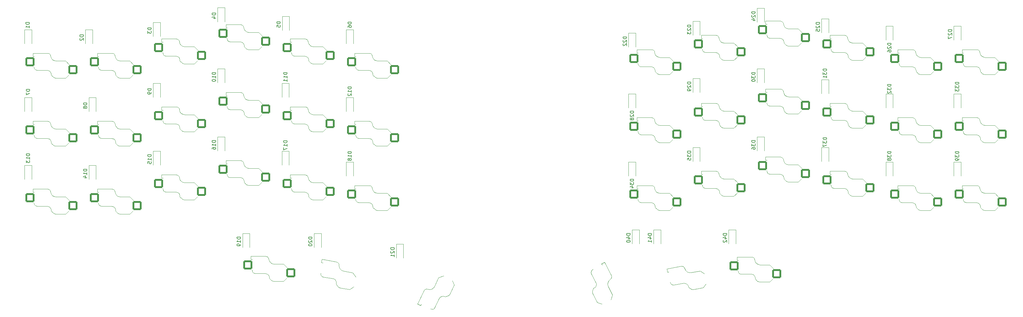
<source format=gbr>
%TF.GenerationSoftware,KiCad,Pcbnew,(6.0.9)*%
%TF.CreationDate,2023-05-23T13:43:04-07:00*%
%TF.ProjectId,Keycad_fun,4b657963-6164-45f6-9675-6e2e6b696361,rev?*%
%TF.SameCoordinates,Original*%
%TF.FileFunction,Legend,Bot*%
%TF.FilePolarity,Positive*%
%FSLAX46Y46*%
G04 Gerber Fmt 4.6, Leading zero omitted, Abs format (unit mm)*
G04 Created by KiCad (PCBNEW (6.0.9)) date 2023-05-23 13:43:04*
%MOMM*%
%LPD*%
G01*
G04 APERTURE LIST*
G04 Aperture macros list*
%AMRoundRect*
0 Rectangle with rounded corners*
0 $1 Rounding radius*
0 $2 $3 $4 $5 $6 $7 $8 $9 X,Y pos of 4 corners*
0 Add a 4 corners polygon primitive as box body*
4,1,4,$2,$3,$4,$5,$6,$7,$8,$9,$2,$3,0*
0 Add four circle primitives for the rounded corners*
1,1,$1+$1,$2,$3*
1,1,$1+$1,$4,$5*
1,1,$1+$1,$6,$7*
1,1,$1+$1,$8,$9*
0 Add four rect primitives between the rounded corners*
20,1,$1+$1,$2,$3,$4,$5,0*
20,1,$1+$1,$4,$5,$6,$7,0*
20,1,$1+$1,$6,$7,$8,$9,0*
20,1,$1+$1,$8,$9,$2,$3,0*%
G04 Aperture macros list end*
%ADD10C,0.150000*%
%ADD11C,0.120000*%
%ADD12R,0.850000X0.850000*%
%ADD13O,0.850000X0.850000*%
%ADD14R,0.840000X0.840000*%
%ADD15C,0.840000*%
%ADD16C,1.850000*%
%ADD17C,1.900000*%
%ADD18C,1.600000*%
%ADD19C,3.050000*%
%ADD20C,5.050000*%
%ADD21RoundRect,0.250000X1.025000X1.000000X-1.025000X1.000000X-1.025000X-1.000000X1.025000X-1.000000X0*%
%ADD22RoundRect,0.250000X1.183076X0.806818X-0.835780X1.162797X-1.183076X-0.806818X0.835780X-1.162797X0*%
%ADD23RoundRect,0.250000X-0.473124X1.351584X-1.339492X-0.506347X0.473124X-1.351584X1.339492X0.506347X0*%
%ADD24RoundRect,0.250000X1.356347X-0.459291X0.425666X1.367272X-1.356347X0.459291X-0.425666X-1.367272X0*%
%ADD25RoundRect,0.250000X0.835780X1.162797X-1.183076X0.806818X-0.835780X-1.162797X1.183076X-0.806818X0*%
%ADD26R,1.200000X0.900000*%
G04 APERTURE END LIST*
D10*
%TO.C,D1*%
X42352380Y-51761904D02*
X41352380Y-51761904D01*
X41352380Y-52000000D01*
X41400000Y-52142857D01*
X41495238Y-52238095D01*
X41590476Y-52285714D01*
X41780952Y-52333333D01*
X41923809Y-52333333D01*
X42114285Y-52285714D01*
X42209523Y-52238095D01*
X42304761Y-52142857D01*
X42352380Y-52000000D01*
X42352380Y-51761904D01*
X42352380Y-53285714D02*
X42352380Y-52714285D01*
X42352380Y-53000000D02*
X41352380Y-53000000D01*
X41495238Y-52904761D01*
X41590476Y-52809523D01*
X41638095Y-52714285D01*
%TO.C,D2*%
X57452380Y-55261904D02*
X56452380Y-55261904D01*
X56452380Y-55500000D01*
X56500000Y-55642857D01*
X56595238Y-55738095D01*
X56690476Y-55785714D01*
X56880952Y-55833333D01*
X57023809Y-55833333D01*
X57214285Y-55785714D01*
X57309523Y-55738095D01*
X57404761Y-55642857D01*
X57452380Y-55500000D01*
X57452380Y-55261904D01*
X56547619Y-56214285D02*
X56500000Y-56261904D01*
X56452380Y-56357142D01*
X56452380Y-56595238D01*
X56500000Y-56690476D01*
X56547619Y-56738095D01*
X56642857Y-56785714D01*
X56738095Y-56785714D01*
X56880952Y-56738095D01*
X57452380Y-56166666D01*
X57452380Y-56785714D01*
%TO.C,D3*%
X76452380Y-53261904D02*
X75452380Y-53261904D01*
X75452380Y-53500000D01*
X75500000Y-53642857D01*
X75595238Y-53738095D01*
X75690476Y-53785714D01*
X75880952Y-53833333D01*
X76023809Y-53833333D01*
X76214285Y-53785714D01*
X76309523Y-53738095D01*
X76404761Y-53642857D01*
X76452380Y-53500000D01*
X76452380Y-53261904D01*
X75452380Y-54166666D02*
X75452380Y-54785714D01*
X75833333Y-54452380D01*
X75833333Y-54595238D01*
X75880952Y-54690476D01*
X75928571Y-54738095D01*
X76023809Y-54785714D01*
X76261904Y-54785714D01*
X76357142Y-54738095D01*
X76404761Y-54690476D01*
X76452380Y-54595238D01*
X76452380Y-54309523D01*
X76404761Y-54214285D01*
X76357142Y-54166666D01*
%TO.C,D4*%
X94452380Y-49161904D02*
X93452380Y-49161904D01*
X93452380Y-49400000D01*
X93500000Y-49542857D01*
X93595238Y-49638095D01*
X93690476Y-49685714D01*
X93880952Y-49733333D01*
X94023809Y-49733333D01*
X94214285Y-49685714D01*
X94309523Y-49638095D01*
X94404761Y-49542857D01*
X94452380Y-49400000D01*
X94452380Y-49161904D01*
X93785714Y-50590476D02*
X94452380Y-50590476D01*
X93404761Y-50352380D02*
X94119047Y-50114285D01*
X94119047Y-50733333D01*
%TO.C,D5*%
X112552380Y-51561904D02*
X111552380Y-51561904D01*
X111552380Y-51800000D01*
X111600000Y-51942857D01*
X111695238Y-52038095D01*
X111790476Y-52085714D01*
X111980952Y-52133333D01*
X112123809Y-52133333D01*
X112314285Y-52085714D01*
X112409523Y-52038095D01*
X112504761Y-51942857D01*
X112552380Y-51800000D01*
X112552380Y-51561904D01*
X111552380Y-53038095D02*
X111552380Y-52561904D01*
X112028571Y-52514285D01*
X111980952Y-52561904D01*
X111933333Y-52657142D01*
X111933333Y-52895238D01*
X111980952Y-52990476D01*
X112028571Y-53038095D01*
X112123809Y-53085714D01*
X112361904Y-53085714D01*
X112457142Y-53038095D01*
X112504761Y-52990476D01*
X112552380Y-52895238D01*
X112552380Y-52657142D01*
X112504761Y-52561904D01*
X112457142Y-52514285D01*
%TO.C,D6*%
X132452380Y-51661904D02*
X131452380Y-51661904D01*
X131452380Y-51900000D01*
X131500000Y-52042857D01*
X131595238Y-52138095D01*
X131690476Y-52185714D01*
X131880952Y-52233333D01*
X132023809Y-52233333D01*
X132214285Y-52185714D01*
X132309523Y-52138095D01*
X132404761Y-52042857D01*
X132452380Y-51900000D01*
X132452380Y-51661904D01*
X131452380Y-53090476D02*
X131452380Y-52900000D01*
X131500000Y-52804761D01*
X131547619Y-52757142D01*
X131690476Y-52661904D01*
X131880952Y-52614285D01*
X132261904Y-52614285D01*
X132357142Y-52661904D01*
X132404761Y-52709523D01*
X132452380Y-52804761D01*
X132452380Y-52995238D01*
X132404761Y-53090476D01*
X132357142Y-53138095D01*
X132261904Y-53185714D01*
X132023809Y-53185714D01*
X131928571Y-53138095D01*
X131880952Y-53090476D01*
X131833333Y-52995238D01*
X131833333Y-52804761D01*
X131880952Y-52709523D01*
X131928571Y-52661904D01*
X132023809Y-52614285D01*
%TO.C,D7*%
X42452380Y-70461904D02*
X41452380Y-70461904D01*
X41452380Y-70700000D01*
X41500000Y-70842857D01*
X41595238Y-70938095D01*
X41690476Y-70985714D01*
X41880952Y-71033333D01*
X42023809Y-71033333D01*
X42214285Y-70985714D01*
X42309523Y-70938095D01*
X42404761Y-70842857D01*
X42452380Y-70700000D01*
X42452380Y-70461904D01*
X41452380Y-71366666D02*
X41452380Y-72033333D01*
X42452380Y-71604761D01*
%TO.C,D8*%
X58452380Y-74261904D02*
X57452380Y-74261904D01*
X57452380Y-74500000D01*
X57500000Y-74642857D01*
X57595238Y-74738095D01*
X57690476Y-74785714D01*
X57880952Y-74833333D01*
X58023809Y-74833333D01*
X58214285Y-74785714D01*
X58309523Y-74738095D01*
X58404761Y-74642857D01*
X58452380Y-74500000D01*
X58452380Y-74261904D01*
X57880952Y-75404761D02*
X57833333Y-75309523D01*
X57785714Y-75261904D01*
X57690476Y-75214285D01*
X57642857Y-75214285D01*
X57547619Y-75261904D01*
X57500000Y-75309523D01*
X57452380Y-75404761D01*
X57452380Y-75595238D01*
X57500000Y-75690476D01*
X57547619Y-75738095D01*
X57642857Y-75785714D01*
X57690476Y-75785714D01*
X57785714Y-75738095D01*
X57833333Y-75690476D01*
X57880952Y-75595238D01*
X57880952Y-75404761D01*
X57928571Y-75309523D01*
X57976190Y-75261904D01*
X58071428Y-75214285D01*
X58261904Y-75214285D01*
X58357142Y-75261904D01*
X58404761Y-75309523D01*
X58452380Y-75404761D01*
X58452380Y-75595238D01*
X58404761Y-75690476D01*
X58357142Y-75738095D01*
X58261904Y-75785714D01*
X58071428Y-75785714D01*
X57976190Y-75738095D01*
X57928571Y-75690476D01*
X57880952Y-75595238D01*
%TO.C,D9*%
X76452380Y-70261904D02*
X75452380Y-70261904D01*
X75452380Y-70500000D01*
X75500000Y-70642857D01*
X75595238Y-70738095D01*
X75690476Y-70785714D01*
X75880952Y-70833333D01*
X76023809Y-70833333D01*
X76214285Y-70785714D01*
X76309523Y-70738095D01*
X76404761Y-70642857D01*
X76452380Y-70500000D01*
X76452380Y-70261904D01*
X76452380Y-71309523D02*
X76452380Y-71500000D01*
X76404761Y-71595238D01*
X76357142Y-71642857D01*
X76214285Y-71738095D01*
X76023809Y-71785714D01*
X75642857Y-71785714D01*
X75547619Y-71738095D01*
X75500000Y-71690476D01*
X75452380Y-71595238D01*
X75452380Y-71404761D01*
X75500000Y-71309523D01*
X75547619Y-71261904D01*
X75642857Y-71214285D01*
X75880952Y-71214285D01*
X75976190Y-71261904D01*
X76023809Y-71309523D01*
X76071428Y-71404761D01*
X76071428Y-71595238D01*
X76023809Y-71690476D01*
X75976190Y-71738095D01*
X75880952Y-71785714D01*
%TO.C,D10*%
X94452380Y-65785714D02*
X93452380Y-65785714D01*
X93452380Y-66023809D01*
X93500000Y-66166666D01*
X93595238Y-66261904D01*
X93690476Y-66309523D01*
X93880952Y-66357142D01*
X94023809Y-66357142D01*
X94214285Y-66309523D01*
X94309523Y-66261904D01*
X94404761Y-66166666D01*
X94452380Y-66023809D01*
X94452380Y-65785714D01*
X94452380Y-67309523D02*
X94452380Y-66738095D01*
X94452380Y-67023809D02*
X93452380Y-67023809D01*
X93595238Y-66928571D01*
X93690476Y-66833333D01*
X93738095Y-66738095D01*
X93452380Y-67928571D02*
X93452380Y-68023809D01*
X93500000Y-68119047D01*
X93547619Y-68166666D01*
X93642857Y-68214285D01*
X93833333Y-68261904D01*
X94071428Y-68261904D01*
X94261904Y-68214285D01*
X94357142Y-68166666D01*
X94404761Y-68119047D01*
X94452380Y-68023809D01*
X94452380Y-67928571D01*
X94404761Y-67833333D01*
X94357142Y-67785714D01*
X94261904Y-67738095D01*
X94071428Y-67690476D01*
X93833333Y-67690476D01*
X93642857Y-67738095D01*
X93547619Y-67785714D01*
X93500000Y-67833333D01*
X93452380Y-67928571D01*
%TO.C,D11*%
X114452380Y-65785714D02*
X113452380Y-65785714D01*
X113452380Y-66023809D01*
X113500000Y-66166666D01*
X113595238Y-66261904D01*
X113690476Y-66309523D01*
X113880952Y-66357142D01*
X114023809Y-66357142D01*
X114214285Y-66309523D01*
X114309523Y-66261904D01*
X114404761Y-66166666D01*
X114452380Y-66023809D01*
X114452380Y-65785714D01*
X114452380Y-67309523D02*
X114452380Y-66738095D01*
X114452380Y-67023809D02*
X113452380Y-67023809D01*
X113595238Y-66928571D01*
X113690476Y-66833333D01*
X113738095Y-66738095D01*
X114452380Y-68261904D02*
X114452380Y-67690476D01*
X114452380Y-67976190D02*
X113452380Y-67976190D01*
X113595238Y-67880952D01*
X113690476Y-67785714D01*
X113738095Y-67690476D01*
%TO.C,D12*%
X132452380Y-69785714D02*
X131452380Y-69785714D01*
X131452380Y-70023809D01*
X131500000Y-70166666D01*
X131595238Y-70261904D01*
X131690476Y-70309523D01*
X131880952Y-70357142D01*
X132023809Y-70357142D01*
X132214285Y-70309523D01*
X132309523Y-70261904D01*
X132404761Y-70166666D01*
X132452380Y-70023809D01*
X132452380Y-69785714D01*
X132452380Y-71309523D02*
X132452380Y-70738095D01*
X132452380Y-71023809D02*
X131452380Y-71023809D01*
X131595238Y-70928571D01*
X131690476Y-70833333D01*
X131738095Y-70738095D01*
X131547619Y-71690476D02*
X131500000Y-71738095D01*
X131452380Y-71833333D01*
X131452380Y-72071428D01*
X131500000Y-72166666D01*
X131547619Y-72214285D01*
X131642857Y-72261904D01*
X131738095Y-72261904D01*
X131880952Y-72214285D01*
X132452380Y-71642857D01*
X132452380Y-72261904D01*
%TO.C,D13*%
X42452380Y-88485714D02*
X41452380Y-88485714D01*
X41452380Y-88723809D01*
X41500000Y-88866666D01*
X41595238Y-88961904D01*
X41690476Y-89009523D01*
X41880952Y-89057142D01*
X42023809Y-89057142D01*
X42214285Y-89009523D01*
X42309523Y-88961904D01*
X42404761Y-88866666D01*
X42452380Y-88723809D01*
X42452380Y-88485714D01*
X42452380Y-90009523D02*
X42452380Y-89438095D01*
X42452380Y-89723809D02*
X41452380Y-89723809D01*
X41595238Y-89628571D01*
X41690476Y-89533333D01*
X41738095Y-89438095D01*
X41452380Y-90342857D02*
X41452380Y-90961904D01*
X41833333Y-90628571D01*
X41833333Y-90771428D01*
X41880952Y-90866666D01*
X41928571Y-90914285D01*
X42023809Y-90961904D01*
X42261904Y-90961904D01*
X42357142Y-90914285D01*
X42404761Y-90866666D01*
X42452380Y-90771428D01*
X42452380Y-90485714D01*
X42404761Y-90390476D01*
X42357142Y-90342857D01*
%TO.C,D14*%
X58452380Y-92785714D02*
X57452380Y-92785714D01*
X57452380Y-93023809D01*
X57500000Y-93166666D01*
X57595238Y-93261904D01*
X57690476Y-93309523D01*
X57880952Y-93357142D01*
X58023809Y-93357142D01*
X58214285Y-93309523D01*
X58309523Y-93261904D01*
X58404761Y-93166666D01*
X58452380Y-93023809D01*
X58452380Y-92785714D01*
X58452380Y-94309523D02*
X58452380Y-93738095D01*
X58452380Y-94023809D02*
X57452380Y-94023809D01*
X57595238Y-93928571D01*
X57690476Y-93833333D01*
X57738095Y-93738095D01*
X57785714Y-95166666D02*
X58452380Y-95166666D01*
X57404761Y-94928571D02*
X58119047Y-94690476D01*
X58119047Y-95309523D01*
%TO.C,D15*%
X76452380Y-88785714D02*
X75452380Y-88785714D01*
X75452380Y-89023809D01*
X75500000Y-89166666D01*
X75595238Y-89261904D01*
X75690476Y-89309523D01*
X75880952Y-89357142D01*
X76023809Y-89357142D01*
X76214285Y-89309523D01*
X76309523Y-89261904D01*
X76404761Y-89166666D01*
X76452380Y-89023809D01*
X76452380Y-88785714D01*
X76452380Y-90309523D02*
X76452380Y-89738095D01*
X76452380Y-90023809D02*
X75452380Y-90023809D01*
X75595238Y-89928571D01*
X75690476Y-89833333D01*
X75738095Y-89738095D01*
X75452380Y-91214285D02*
X75452380Y-90738095D01*
X75928571Y-90690476D01*
X75880952Y-90738095D01*
X75833333Y-90833333D01*
X75833333Y-91071428D01*
X75880952Y-91166666D01*
X75928571Y-91214285D01*
X76023809Y-91261904D01*
X76261904Y-91261904D01*
X76357142Y-91214285D01*
X76404761Y-91166666D01*
X76452380Y-91071428D01*
X76452380Y-90833333D01*
X76404761Y-90738095D01*
X76357142Y-90690476D01*
%TO.C,D16*%
X94452380Y-84785714D02*
X93452380Y-84785714D01*
X93452380Y-85023809D01*
X93500000Y-85166666D01*
X93595238Y-85261904D01*
X93690476Y-85309523D01*
X93880952Y-85357142D01*
X94023809Y-85357142D01*
X94214285Y-85309523D01*
X94309523Y-85261904D01*
X94404761Y-85166666D01*
X94452380Y-85023809D01*
X94452380Y-84785714D01*
X94452380Y-86309523D02*
X94452380Y-85738095D01*
X94452380Y-86023809D02*
X93452380Y-86023809D01*
X93595238Y-85928571D01*
X93690476Y-85833333D01*
X93738095Y-85738095D01*
X93452380Y-87166666D02*
X93452380Y-86976190D01*
X93500000Y-86880952D01*
X93547619Y-86833333D01*
X93690476Y-86738095D01*
X93880952Y-86690476D01*
X94261904Y-86690476D01*
X94357142Y-86738095D01*
X94404761Y-86785714D01*
X94452380Y-86880952D01*
X94452380Y-87071428D01*
X94404761Y-87166666D01*
X94357142Y-87214285D01*
X94261904Y-87261904D01*
X94023809Y-87261904D01*
X93928571Y-87214285D01*
X93880952Y-87166666D01*
X93833333Y-87071428D01*
X93833333Y-86880952D01*
X93880952Y-86785714D01*
X93928571Y-86738095D01*
X94023809Y-86690476D01*
%TO.C,D17*%
X114452380Y-84885714D02*
X113452380Y-84885714D01*
X113452380Y-85123809D01*
X113500000Y-85266666D01*
X113595238Y-85361904D01*
X113690476Y-85409523D01*
X113880952Y-85457142D01*
X114023809Y-85457142D01*
X114214285Y-85409523D01*
X114309523Y-85361904D01*
X114404761Y-85266666D01*
X114452380Y-85123809D01*
X114452380Y-84885714D01*
X114452380Y-86409523D02*
X114452380Y-85838095D01*
X114452380Y-86123809D02*
X113452380Y-86123809D01*
X113595238Y-86028571D01*
X113690476Y-85933333D01*
X113738095Y-85838095D01*
X113452380Y-86742857D02*
X113452380Y-87409523D01*
X114452380Y-86980952D01*
%TO.C,D18*%
X132452380Y-87885714D02*
X131452380Y-87885714D01*
X131452380Y-88123809D01*
X131500000Y-88266666D01*
X131595238Y-88361904D01*
X131690476Y-88409523D01*
X131880952Y-88457142D01*
X132023809Y-88457142D01*
X132214285Y-88409523D01*
X132309523Y-88361904D01*
X132404761Y-88266666D01*
X132452380Y-88123809D01*
X132452380Y-87885714D01*
X132452380Y-89409523D02*
X132452380Y-88838095D01*
X132452380Y-89123809D02*
X131452380Y-89123809D01*
X131595238Y-89028571D01*
X131690476Y-88933333D01*
X131738095Y-88838095D01*
X131880952Y-89980952D02*
X131833333Y-89885714D01*
X131785714Y-89838095D01*
X131690476Y-89790476D01*
X131642857Y-89790476D01*
X131547619Y-89838095D01*
X131500000Y-89885714D01*
X131452380Y-89980952D01*
X131452380Y-90171428D01*
X131500000Y-90266666D01*
X131547619Y-90314285D01*
X131642857Y-90361904D01*
X131690476Y-90361904D01*
X131785714Y-90314285D01*
X131833333Y-90266666D01*
X131880952Y-90171428D01*
X131880952Y-89980952D01*
X131928571Y-89885714D01*
X131976190Y-89838095D01*
X132071428Y-89790476D01*
X132261904Y-89790476D01*
X132357142Y-89838095D01*
X132404761Y-89885714D01*
X132452380Y-89980952D01*
X132452380Y-90171428D01*
X132404761Y-90266666D01*
X132357142Y-90314285D01*
X132261904Y-90361904D01*
X132071428Y-90361904D01*
X131976190Y-90314285D01*
X131928571Y-90266666D01*
X131880952Y-90171428D01*
%TO.C,D19*%
X101452380Y-111785714D02*
X100452380Y-111785714D01*
X100452380Y-112023809D01*
X100500000Y-112166666D01*
X100595238Y-112261904D01*
X100690476Y-112309523D01*
X100880952Y-112357142D01*
X101023809Y-112357142D01*
X101214285Y-112309523D01*
X101309523Y-112261904D01*
X101404761Y-112166666D01*
X101452380Y-112023809D01*
X101452380Y-111785714D01*
X101452380Y-113309523D02*
X101452380Y-112738095D01*
X101452380Y-113023809D02*
X100452380Y-113023809D01*
X100595238Y-112928571D01*
X100690476Y-112833333D01*
X100738095Y-112738095D01*
X101452380Y-113785714D02*
X101452380Y-113976190D01*
X101404761Y-114071428D01*
X101357142Y-114119047D01*
X101214285Y-114214285D01*
X101023809Y-114261904D01*
X100642857Y-114261904D01*
X100547619Y-114214285D01*
X100500000Y-114166666D01*
X100452380Y-114071428D01*
X100452380Y-113880952D01*
X100500000Y-113785714D01*
X100547619Y-113738095D01*
X100642857Y-113690476D01*
X100880952Y-113690476D01*
X100976190Y-113738095D01*
X101023809Y-113785714D01*
X101071428Y-113880952D01*
X101071428Y-114071428D01*
X101023809Y-114166666D01*
X100976190Y-114214285D01*
X100880952Y-114261904D01*
%TO.C,D20*%
X121452380Y-111785714D02*
X120452380Y-111785714D01*
X120452380Y-112023809D01*
X120500000Y-112166666D01*
X120595238Y-112261904D01*
X120690476Y-112309523D01*
X120880952Y-112357142D01*
X121023809Y-112357142D01*
X121214285Y-112309523D01*
X121309523Y-112261904D01*
X121404761Y-112166666D01*
X121452380Y-112023809D01*
X121452380Y-111785714D01*
X120547619Y-112738095D02*
X120500000Y-112785714D01*
X120452380Y-112880952D01*
X120452380Y-113119047D01*
X120500000Y-113214285D01*
X120547619Y-113261904D01*
X120642857Y-113309523D01*
X120738095Y-113309523D01*
X120880952Y-113261904D01*
X121452380Y-112690476D01*
X121452380Y-113309523D01*
X120452380Y-113928571D02*
X120452380Y-114023809D01*
X120500000Y-114119047D01*
X120547619Y-114166666D01*
X120642857Y-114214285D01*
X120833333Y-114261904D01*
X121071428Y-114261904D01*
X121261904Y-114214285D01*
X121357142Y-114166666D01*
X121404761Y-114119047D01*
X121452380Y-114023809D01*
X121452380Y-113928571D01*
X121404761Y-113833333D01*
X121357142Y-113785714D01*
X121261904Y-113738095D01*
X121071428Y-113690476D01*
X120833333Y-113690476D01*
X120642857Y-113738095D01*
X120547619Y-113785714D01*
X120500000Y-113833333D01*
X120452380Y-113928571D01*
%TO.C,D21*%
X144452380Y-114785714D02*
X143452380Y-114785714D01*
X143452380Y-115023809D01*
X143500000Y-115166666D01*
X143595238Y-115261904D01*
X143690476Y-115309523D01*
X143880952Y-115357142D01*
X144023809Y-115357142D01*
X144214285Y-115309523D01*
X144309523Y-115261904D01*
X144404761Y-115166666D01*
X144452380Y-115023809D01*
X144452380Y-114785714D01*
X143547619Y-115738095D02*
X143500000Y-115785714D01*
X143452380Y-115880952D01*
X143452380Y-116119047D01*
X143500000Y-116214285D01*
X143547619Y-116261904D01*
X143642857Y-116309523D01*
X143738095Y-116309523D01*
X143880952Y-116261904D01*
X144452380Y-115690476D01*
X144452380Y-116309523D01*
X144452380Y-117261904D02*
X144452380Y-116690476D01*
X144452380Y-116976190D02*
X143452380Y-116976190D01*
X143595238Y-116880952D01*
X143690476Y-116785714D01*
X143738095Y-116690476D01*
%TO.C,D22*%
X209452380Y-55785714D02*
X208452380Y-55785714D01*
X208452380Y-56023809D01*
X208500000Y-56166666D01*
X208595238Y-56261904D01*
X208690476Y-56309523D01*
X208880952Y-56357142D01*
X209023809Y-56357142D01*
X209214285Y-56309523D01*
X209309523Y-56261904D01*
X209404761Y-56166666D01*
X209452380Y-56023809D01*
X209452380Y-55785714D01*
X208547619Y-56738095D02*
X208500000Y-56785714D01*
X208452380Y-56880952D01*
X208452380Y-57119047D01*
X208500000Y-57214285D01*
X208547619Y-57261904D01*
X208642857Y-57309523D01*
X208738095Y-57309523D01*
X208880952Y-57261904D01*
X209452380Y-56690476D01*
X209452380Y-57309523D01*
X208547619Y-57690476D02*
X208500000Y-57738095D01*
X208452380Y-57833333D01*
X208452380Y-58071428D01*
X208500000Y-58166666D01*
X208547619Y-58214285D01*
X208642857Y-58261904D01*
X208738095Y-58261904D01*
X208880952Y-58214285D01*
X209452380Y-57642857D01*
X209452380Y-58261904D01*
%TO.C,D23*%
X227452380Y-52485714D02*
X226452380Y-52485714D01*
X226452380Y-52723809D01*
X226500000Y-52866666D01*
X226595238Y-52961904D01*
X226690476Y-53009523D01*
X226880952Y-53057142D01*
X227023809Y-53057142D01*
X227214285Y-53009523D01*
X227309523Y-52961904D01*
X227404761Y-52866666D01*
X227452380Y-52723809D01*
X227452380Y-52485714D01*
X226547619Y-53438095D02*
X226500000Y-53485714D01*
X226452380Y-53580952D01*
X226452380Y-53819047D01*
X226500000Y-53914285D01*
X226547619Y-53961904D01*
X226642857Y-54009523D01*
X226738095Y-54009523D01*
X226880952Y-53961904D01*
X227452380Y-53390476D01*
X227452380Y-54009523D01*
X226452380Y-54342857D02*
X226452380Y-54961904D01*
X226833333Y-54628571D01*
X226833333Y-54771428D01*
X226880952Y-54866666D01*
X226928571Y-54914285D01*
X227023809Y-54961904D01*
X227261904Y-54961904D01*
X227357142Y-54914285D01*
X227404761Y-54866666D01*
X227452380Y-54771428D01*
X227452380Y-54485714D01*
X227404761Y-54390476D01*
X227357142Y-54342857D01*
%TO.C,D24*%
X245452380Y-48785714D02*
X244452380Y-48785714D01*
X244452380Y-49023809D01*
X244500000Y-49166666D01*
X244595238Y-49261904D01*
X244690476Y-49309523D01*
X244880952Y-49357142D01*
X245023809Y-49357142D01*
X245214285Y-49309523D01*
X245309523Y-49261904D01*
X245404761Y-49166666D01*
X245452380Y-49023809D01*
X245452380Y-48785714D01*
X244547619Y-49738095D02*
X244500000Y-49785714D01*
X244452380Y-49880952D01*
X244452380Y-50119047D01*
X244500000Y-50214285D01*
X244547619Y-50261904D01*
X244642857Y-50309523D01*
X244738095Y-50309523D01*
X244880952Y-50261904D01*
X245452380Y-49690476D01*
X245452380Y-50309523D01*
X244785714Y-51166666D02*
X245452380Y-51166666D01*
X244404761Y-50928571D02*
X245119047Y-50690476D01*
X245119047Y-51309523D01*
%TO.C,D25*%
X263452380Y-51785714D02*
X262452380Y-51785714D01*
X262452380Y-52023809D01*
X262500000Y-52166666D01*
X262595238Y-52261904D01*
X262690476Y-52309523D01*
X262880952Y-52357142D01*
X263023809Y-52357142D01*
X263214285Y-52309523D01*
X263309523Y-52261904D01*
X263404761Y-52166666D01*
X263452380Y-52023809D01*
X263452380Y-51785714D01*
X262547619Y-52738095D02*
X262500000Y-52785714D01*
X262452380Y-52880952D01*
X262452380Y-53119047D01*
X262500000Y-53214285D01*
X262547619Y-53261904D01*
X262642857Y-53309523D01*
X262738095Y-53309523D01*
X262880952Y-53261904D01*
X263452380Y-52690476D01*
X263452380Y-53309523D01*
X262452380Y-54214285D02*
X262452380Y-53738095D01*
X262928571Y-53690476D01*
X262880952Y-53738095D01*
X262833333Y-53833333D01*
X262833333Y-54071428D01*
X262880952Y-54166666D01*
X262928571Y-54214285D01*
X263023809Y-54261904D01*
X263261904Y-54261904D01*
X263357142Y-54214285D01*
X263404761Y-54166666D01*
X263452380Y-54071428D01*
X263452380Y-53833333D01*
X263404761Y-53738095D01*
X263357142Y-53690476D01*
%TO.C,D26*%
X283452380Y-57585714D02*
X282452380Y-57585714D01*
X282452380Y-57823809D01*
X282500000Y-57966666D01*
X282595238Y-58061904D01*
X282690476Y-58109523D01*
X282880952Y-58157142D01*
X283023809Y-58157142D01*
X283214285Y-58109523D01*
X283309523Y-58061904D01*
X283404761Y-57966666D01*
X283452380Y-57823809D01*
X283452380Y-57585714D01*
X282547619Y-58538095D02*
X282500000Y-58585714D01*
X282452380Y-58680952D01*
X282452380Y-58919047D01*
X282500000Y-59014285D01*
X282547619Y-59061904D01*
X282642857Y-59109523D01*
X282738095Y-59109523D01*
X282880952Y-59061904D01*
X283452380Y-58490476D01*
X283452380Y-59109523D01*
X282452380Y-59966666D02*
X282452380Y-59776190D01*
X282500000Y-59680952D01*
X282547619Y-59633333D01*
X282690476Y-59538095D01*
X282880952Y-59490476D01*
X283261904Y-59490476D01*
X283357142Y-59538095D01*
X283404761Y-59585714D01*
X283452380Y-59680952D01*
X283452380Y-59871428D01*
X283404761Y-59966666D01*
X283357142Y-60014285D01*
X283261904Y-60061904D01*
X283023809Y-60061904D01*
X282928571Y-60014285D01*
X282880952Y-59966666D01*
X282833333Y-59871428D01*
X282833333Y-59680952D01*
X282880952Y-59585714D01*
X282928571Y-59538095D01*
X283023809Y-59490476D01*
%TO.C,D27*%
X300452380Y-53785714D02*
X299452380Y-53785714D01*
X299452380Y-54023809D01*
X299500000Y-54166666D01*
X299595238Y-54261904D01*
X299690476Y-54309523D01*
X299880952Y-54357142D01*
X300023809Y-54357142D01*
X300214285Y-54309523D01*
X300309523Y-54261904D01*
X300404761Y-54166666D01*
X300452380Y-54023809D01*
X300452380Y-53785714D01*
X299547619Y-54738095D02*
X299500000Y-54785714D01*
X299452380Y-54880952D01*
X299452380Y-55119047D01*
X299500000Y-55214285D01*
X299547619Y-55261904D01*
X299642857Y-55309523D01*
X299738095Y-55309523D01*
X299880952Y-55261904D01*
X300452380Y-54690476D01*
X300452380Y-55309523D01*
X299452380Y-55642857D02*
X299452380Y-56309523D01*
X300452380Y-55880952D01*
%TO.C,D28*%
X211452380Y-76585714D02*
X210452380Y-76585714D01*
X210452380Y-76823809D01*
X210500000Y-76966666D01*
X210595238Y-77061904D01*
X210690476Y-77109523D01*
X210880952Y-77157142D01*
X211023809Y-77157142D01*
X211214285Y-77109523D01*
X211309523Y-77061904D01*
X211404761Y-76966666D01*
X211452380Y-76823809D01*
X211452380Y-76585714D01*
X210547619Y-77538095D02*
X210500000Y-77585714D01*
X210452380Y-77680952D01*
X210452380Y-77919047D01*
X210500000Y-78014285D01*
X210547619Y-78061904D01*
X210642857Y-78109523D01*
X210738095Y-78109523D01*
X210880952Y-78061904D01*
X211452380Y-77490476D01*
X211452380Y-78109523D01*
X210880952Y-78680952D02*
X210833333Y-78585714D01*
X210785714Y-78538095D01*
X210690476Y-78490476D01*
X210642857Y-78490476D01*
X210547619Y-78538095D01*
X210500000Y-78585714D01*
X210452380Y-78680952D01*
X210452380Y-78871428D01*
X210500000Y-78966666D01*
X210547619Y-79014285D01*
X210642857Y-79061904D01*
X210690476Y-79061904D01*
X210785714Y-79014285D01*
X210833333Y-78966666D01*
X210880952Y-78871428D01*
X210880952Y-78680952D01*
X210928571Y-78585714D01*
X210976190Y-78538095D01*
X211071428Y-78490476D01*
X211261904Y-78490476D01*
X211357142Y-78538095D01*
X211404761Y-78585714D01*
X211452380Y-78680952D01*
X211452380Y-78871428D01*
X211404761Y-78966666D01*
X211357142Y-79014285D01*
X211261904Y-79061904D01*
X211071428Y-79061904D01*
X210976190Y-79014285D01*
X210928571Y-78966666D01*
X210880952Y-78871428D01*
%TO.C,D29*%
X227452380Y-68435714D02*
X226452380Y-68435714D01*
X226452380Y-68673809D01*
X226500000Y-68816666D01*
X226595238Y-68911904D01*
X226690476Y-68959523D01*
X226880952Y-69007142D01*
X227023809Y-69007142D01*
X227214285Y-68959523D01*
X227309523Y-68911904D01*
X227404761Y-68816666D01*
X227452380Y-68673809D01*
X227452380Y-68435714D01*
X226547619Y-69388095D02*
X226500000Y-69435714D01*
X226452380Y-69530952D01*
X226452380Y-69769047D01*
X226500000Y-69864285D01*
X226547619Y-69911904D01*
X226642857Y-69959523D01*
X226738095Y-69959523D01*
X226880952Y-69911904D01*
X227452380Y-69340476D01*
X227452380Y-69959523D01*
X227452380Y-70435714D02*
X227452380Y-70626190D01*
X227404761Y-70721428D01*
X227357142Y-70769047D01*
X227214285Y-70864285D01*
X227023809Y-70911904D01*
X226642857Y-70911904D01*
X226547619Y-70864285D01*
X226500000Y-70816666D01*
X226452380Y-70721428D01*
X226452380Y-70530952D01*
X226500000Y-70435714D01*
X226547619Y-70388095D01*
X226642857Y-70340476D01*
X226880952Y-70340476D01*
X226976190Y-70388095D01*
X227023809Y-70435714D01*
X227071428Y-70530952D01*
X227071428Y-70721428D01*
X227023809Y-70816666D01*
X226976190Y-70864285D01*
X226880952Y-70911904D01*
%TO.C,D30*%
X245452380Y-65785714D02*
X244452380Y-65785714D01*
X244452380Y-66023809D01*
X244500000Y-66166666D01*
X244595238Y-66261904D01*
X244690476Y-66309523D01*
X244880952Y-66357142D01*
X245023809Y-66357142D01*
X245214285Y-66309523D01*
X245309523Y-66261904D01*
X245404761Y-66166666D01*
X245452380Y-66023809D01*
X245452380Y-65785714D01*
X244452380Y-66690476D02*
X244452380Y-67309523D01*
X244833333Y-66976190D01*
X244833333Y-67119047D01*
X244880952Y-67214285D01*
X244928571Y-67261904D01*
X245023809Y-67309523D01*
X245261904Y-67309523D01*
X245357142Y-67261904D01*
X245404761Y-67214285D01*
X245452380Y-67119047D01*
X245452380Y-66833333D01*
X245404761Y-66738095D01*
X245357142Y-66690476D01*
X244452380Y-67928571D02*
X244452380Y-68023809D01*
X244500000Y-68119047D01*
X244547619Y-68166666D01*
X244642857Y-68214285D01*
X244833333Y-68261904D01*
X245071428Y-68261904D01*
X245261904Y-68214285D01*
X245357142Y-68166666D01*
X245404761Y-68119047D01*
X245452380Y-68023809D01*
X245452380Y-67928571D01*
X245404761Y-67833333D01*
X245357142Y-67785714D01*
X245261904Y-67738095D01*
X245071428Y-67690476D01*
X244833333Y-67690476D01*
X244642857Y-67738095D01*
X244547619Y-67785714D01*
X244500000Y-67833333D01*
X244452380Y-67928571D01*
%TO.C,D31*%
X265452380Y-64785714D02*
X264452380Y-64785714D01*
X264452380Y-65023809D01*
X264500000Y-65166666D01*
X264595238Y-65261904D01*
X264690476Y-65309523D01*
X264880952Y-65357142D01*
X265023809Y-65357142D01*
X265214285Y-65309523D01*
X265309523Y-65261904D01*
X265404761Y-65166666D01*
X265452380Y-65023809D01*
X265452380Y-64785714D01*
X264452380Y-65690476D02*
X264452380Y-66309523D01*
X264833333Y-65976190D01*
X264833333Y-66119047D01*
X264880952Y-66214285D01*
X264928571Y-66261904D01*
X265023809Y-66309523D01*
X265261904Y-66309523D01*
X265357142Y-66261904D01*
X265404761Y-66214285D01*
X265452380Y-66119047D01*
X265452380Y-65833333D01*
X265404761Y-65738095D01*
X265357142Y-65690476D01*
X265452380Y-67261904D02*
X265452380Y-66690476D01*
X265452380Y-66976190D02*
X264452380Y-66976190D01*
X264595238Y-66880952D01*
X264690476Y-66785714D01*
X264738095Y-66690476D01*
%TO.C,D32*%
X283452380Y-69085714D02*
X282452380Y-69085714D01*
X282452380Y-69323809D01*
X282500000Y-69466666D01*
X282595238Y-69561904D01*
X282690476Y-69609523D01*
X282880952Y-69657142D01*
X283023809Y-69657142D01*
X283214285Y-69609523D01*
X283309523Y-69561904D01*
X283404761Y-69466666D01*
X283452380Y-69323809D01*
X283452380Y-69085714D01*
X282452380Y-69990476D02*
X282452380Y-70609523D01*
X282833333Y-70276190D01*
X282833333Y-70419047D01*
X282880952Y-70514285D01*
X282928571Y-70561904D01*
X283023809Y-70609523D01*
X283261904Y-70609523D01*
X283357142Y-70561904D01*
X283404761Y-70514285D01*
X283452380Y-70419047D01*
X283452380Y-70133333D01*
X283404761Y-70038095D01*
X283357142Y-69990476D01*
X282547619Y-70990476D02*
X282500000Y-71038095D01*
X282452380Y-71133333D01*
X282452380Y-71371428D01*
X282500000Y-71466666D01*
X282547619Y-71514285D01*
X282642857Y-71561904D01*
X282738095Y-71561904D01*
X282880952Y-71514285D01*
X283452380Y-70942857D01*
X283452380Y-71561904D01*
%TO.C,D33*%
X302452380Y-68485714D02*
X301452380Y-68485714D01*
X301452380Y-68723809D01*
X301500000Y-68866666D01*
X301595238Y-68961904D01*
X301690476Y-69009523D01*
X301880952Y-69057142D01*
X302023809Y-69057142D01*
X302214285Y-69009523D01*
X302309523Y-68961904D01*
X302404761Y-68866666D01*
X302452380Y-68723809D01*
X302452380Y-68485714D01*
X301452380Y-69390476D02*
X301452380Y-70009523D01*
X301833333Y-69676190D01*
X301833333Y-69819047D01*
X301880952Y-69914285D01*
X301928571Y-69961904D01*
X302023809Y-70009523D01*
X302261904Y-70009523D01*
X302357142Y-69961904D01*
X302404761Y-69914285D01*
X302452380Y-69819047D01*
X302452380Y-69533333D01*
X302404761Y-69438095D01*
X302357142Y-69390476D01*
X301452380Y-70342857D02*
X301452380Y-70961904D01*
X301833333Y-70628571D01*
X301833333Y-70771428D01*
X301880952Y-70866666D01*
X301928571Y-70914285D01*
X302023809Y-70961904D01*
X302261904Y-70961904D01*
X302357142Y-70914285D01*
X302404761Y-70866666D01*
X302452380Y-70771428D01*
X302452380Y-70485714D01*
X302404761Y-70390476D01*
X302357142Y-70342857D01*
%TO.C,D34*%
X211452380Y-95585714D02*
X210452380Y-95585714D01*
X210452380Y-95823809D01*
X210500000Y-95966666D01*
X210595238Y-96061904D01*
X210690476Y-96109523D01*
X210880952Y-96157142D01*
X211023809Y-96157142D01*
X211214285Y-96109523D01*
X211309523Y-96061904D01*
X211404761Y-95966666D01*
X211452380Y-95823809D01*
X211452380Y-95585714D01*
X210452380Y-96490476D02*
X210452380Y-97109523D01*
X210833333Y-96776190D01*
X210833333Y-96919047D01*
X210880952Y-97014285D01*
X210928571Y-97061904D01*
X211023809Y-97109523D01*
X211261904Y-97109523D01*
X211357142Y-97061904D01*
X211404761Y-97014285D01*
X211452380Y-96919047D01*
X211452380Y-96633333D01*
X211404761Y-96538095D01*
X211357142Y-96490476D01*
X210785714Y-97966666D02*
X211452380Y-97966666D01*
X210404761Y-97728571D02*
X211119047Y-97490476D01*
X211119047Y-98109523D01*
%TO.C,D35*%
X227452380Y-87785714D02*
X226452380Y-87785714D01*
X226452380Y-88023809D01*
X226500000Y-88166666D01*
X226595238Y-88261904D01*
X226690476Y-88309523D01*
X226880952Y-88357142D01*
X227023809Y-88357142D01*
X227214285Y-88309523D01*
X227309523Y-88261904D01*
X227404761Y-88166666D01*
X227452380Y-88023809D01*
X227452380Y-87785714D01*
X226452380Y-88690476D02*
X226452380Y-89309523D01*
X226833333Y-88976190D01*
X226833333Y-89119047D01*
X226880952Y-89214285D01*
X226928571Y-89261904D01*
X227023809Y-89309523D01*
X227261904Y-89309523D01*
X227357142Y-89261904D01*
X227404761Y-89214285D01*
X227452380Y-89119047D01*
X227452380Y-88833333D01*
X227404761Y-88738095D01*
X227357142Y-88690476D01*
X226452380Y-90214285D02*
X226452380Y-89738095D01*
X226928571Y-89690476D01*
X226880952Y-89738095D01*
X226833333Y-89833333D01*
X226833333Y-90071428D01*
X226880952Y-90166666D01*
X226928571Y-90214285D01*
X227023809Y-90261904D01*
X227261904Y-90261904D01*
X227357142Y-90214285D01*
X227404761Y-90166666D01*
X227452380Y-90071428D01*
X227452380Y-89833333D01*
X227404761Y-89738095D01*
X227357142Y-89690476D01*
%TO.C,D36*%
X245452380Y-84785714D02*
X244452380Y-84785714D01*
X244452380Y-85023809D01*
X244500000Y-85166666D01*
X244595238Y-85261904D01*
X244690476Y-85309523D01*
X244880952Y-85357142D01*
X245023809Y-85357142D01*
X245214285Y-85309523D01*
X245309523Y-85261904D01*
X245404761Y-85166666D01*
X245452380Y-85023809D01*
X245452380Y-84785714D01*
X244452380Y-85690476D02*
X244452380Y-86309523D01*
X244833333Y-85976190D01*
X244833333Y-86119047D01*
X244880952Y-86214285D01*
X244928571Y-86261904D01*
X245023809Y-86309523D01*
X245261904Y-86309523D01*
X245357142Y-86261904D01*
X245404761Y-86214285D01*
X245452380Y-86119047D01*
X245452380Y-85833333D01*
X245404761Y-85738095D01*
X245357142Y-85690476D01*
X244452380Y-87166666D02*
X244452380Y-86976190D01*
X244500000Y-86880952D01*
X244547619Y-86833333D01*
X244690476Y-86738095D01*
X244880952Y-86690476D01*
X245261904Y-86690476D01*
X245357142Y-86738095D01*
X245404761Y-86785714D01*
X245452380Y-86880952D01*
X245452380Y-87071428D01*
X245404761Y-87166666D01*
X245357142Y-87214285D01*
X245261904Y-87261904D01*
X245023809Y-87261904D01*
X244928571Y-87214285D01*
X244880952Y-87166666D01*
X244833333Y-87071428D01*
X244833333Y-86880952D01*
X244880952Y-86785714D01*
X244928571Y-86738095D01*
X245023809Y-86690476D01*
%TO.C,D37*%
X265452380Y-83985714D02*
X264452380Y-83985714D01*
X264452380Y-84223809D01*
X264500000Y-84366666D01*
X264595238Y-84461904D01*
X264690476Y-84509523D01*
X264880952Y-84557142D01*
X265023809Y-84557142D01*
X265214285Y-84509523D01*
X265309523Y-84461904D01*
X265404761Y-84366666D01*
X265452380Y-84223809D01*
X265452380Y-83985714D01*
X264452380Y-84890476D02*
X264452380Y-85509523D01*
X264833333Y-85176190D01*
X264833333Y-85319047D01*
X264880952Y-85414285D01*
X264928571Y-85461904D01*
X265023809Y-85509523D01*
X265261904Y-85509523D01*
X265357142Y-85461904D01*
X265404761Y-85414285D01*
X265452380Y-85319047D01*
X265452380Y-85033333D01*
X265404761Y-84938095D01*
X265357142Y-84890476D01*
X264452380Y-85842857D02*
X264452380Y-86509523D01*
X265452380Y-86080952D01*
%TO.C,D38*%
X283452380Y-87885714D02*
X282452380Y-87885714D01*
X282452380Y-88123809D01*
X282500000Y-88266666D01*
X282595238Y-88361904D01*
X282690476Y-88409523D01*
X282880952Y-88457142D01*
X283023809Y-88457142D01*
X283214285Y-88409523D01*
X283309523Y-88361904D01*
X283404761Y-88266666D01*
X283452380Y-88123809D01*
X283452380Y-87885714D01*
X282452380Y-88790476D02*
X282452380Y-89409523D01*
X282833333Y-89076190D01*
X282833333Y-89219047D01*
X282880952Y-89314285D01*
X282928571Y-89361904D01*
X283023809Y-89409523D01*
X283261904Y-89409523D01*
X283357142Y-89361904D01*
X283404761Y-89314285D01*
X283452380Y-89219047D01*
X283452380Y-88933333D01*
X283404761Y-88838095D01*
X283357142Y-88790476D01*
X282880952Y-89980952D02*
X282833333Y-89885714D01*
X282785714Y-89838095D01*
X282690476Y-89790476D01*
X282642857Y-89790476D01*
X282547619Y-89838095D01*
X282500000Y-89885714D01*
X282452380Y-89980952D01*
X282452380Y-90171428D01*
X282500000Y-90266666D01*
X282547619Y-90314285D01*
X282642857Y-90361904D01*
X282690476Y-90361904D01*
X282785714Y-90314285D01*
X282833333Y-90266666D01*
X282880952Y-90171428D01*
X282880952Y-89980952D01*
X282928571Y-89885714D01*
X282976190Y-89838095D01*
X283071428Y-89790476D01*
X283261904Y-89790476D01*
X283357142Y-89838095D01*
X283404761Y-89885714D01*
X283452380Y-89980952D01*
X283452380Y-90171428D01*
X283404761Y-90266666D01*
X283357142Y-90314285D01*
X283261904Y-90361904D01*
X283071428Y-90361904D01*
X282976190Y-90314285D01*
X282928571Y-90266666D01*
X282880952Y-90171428D01*
%TO.C,D39*%
X302452380Y-87885714D02*
X301452380Y-87885714D01*
X301452380Y-88123809D01*
X301500000Y-88266666D01*
X301595238Y-88361904D01*
X301690476Y-88409523D01*
X301880952Y-88457142D01*
X302023809Y-88457142D01*
X302214285Y-88409523D01*
X302309523Y-88361904D01*
X302404761Y-88266666D01*
X302452380Y-88123809D01*
X302452380Y-87885714D01*
X301452380Y-88790476D02*
X301452380Y-89409523D01*
X301833333Y-89076190D01*
X301833333Y-89219047D01*
X301880952Y-89314285D01*
X301928571Y-89361904D01*
X302023809Y-89409523D01*
X302261904Y-89409523D01*
X302357142Y-89361904D01*
X302404761Y-89314285D01*
X302452380Y-89219047D01*
X302452380Y-88933333D01*
X302404761Y-88838095D01*
X302357142Y-88790476D01*
X302452380Y-89885714D02*
X302452380Y-90076190D01*
X302404761Y-90171428D01*
X302357142Y-90219047D01*
X302214285Y-90314285D01*
X302023809Y-90361904D01*
X301642857Y-90361904D01*
X301547619Y-90314285D01*
X301500000Y-90266666D01*
X301452380Y-90171428D01*
X301452380Y-89980952D01*
X301500000Y-89885714D01*
X301547619Y-89838095D01*
X301642857Y-89790476D01*
X301880952Y-89790476D01*
X301976190Y-89838095D01*
X302023809Y-89885714D01*
X302071428Y-89980952D01*
X302071428Y-90171428D01*
X302023809Y-90266666D01*
X301976190Y-90314285D01*
X301880952Y-90361904D01*
%TO.C,D40*%
X210452380Y-110785714D02*
X209452380Y-110785714D01*
X209452380Y-111023809D01*
X209500000Y-111166666D01*
X209595238Y-111261904D01*
X209690476Y-111309523D01*
X209880952Y-111357142D01*
X210023809Y-111357142D01*
X210214285Y-111309523D01*
X210309523Y-111261904D01*
X210404761Y-111166666D01*
X210452380Y-111023809D01*
X210452380Y-110785714D01*
X209785714Y-112214285D02*
X210452380Y-112214285D01*
X209404761Y-111976190D02*
X210119047Y-111738095D01*
X210119047Y-112357142D01*
X209452380Y-112928571D02*
X209452380Y-113023809D01*
X209500000Y-113119047D01*
X209547619Y-113166666D01*
X209642857Y-113214285D01*
X209833333Y-113261904D01*
X210071428Y-113261904D01*
X210261904Y-113214285D01*
X210357142Y-113166666D01*
X210404761Y-113119047D01*
X210452380Y-113023809D01*
X210452380Y-112928571D01*
X210404761Y-112833333D01*
X210357142Y-112785714D01*
X210261904Y-112738095D01*
X210071428Y-112690476D01*
X209833333Y-112690476D01*
X209642857Y-112738095D01*
X209547619Y-112785714D01*
X209500000Y-112833333D01*
X209452380Y-112928571D01*
%TO.C,D41*%
X216452380Y-110785714D02*
X215452380Y-110785714D01*
X215452380Y-111023809D01*
X215500000Y-111166666D01*
X215595238Y-111261904D01*
X215690476Y-111309523D01*
X215880952Y-111357142D01*
X216023809Y-111357142D01*
X216214285Y-111309523D01*
X216309523Y-111261904D01*
X216404761Y-111166666D01*
X216452380Y-111023809D01*
X216452380Y-110785714D01*
X215785714Y-112214285D02*
X216452380Y-112214285D01*
X215404761Y-111976190D02*
X216119047Y-111738095D01*
X216119047Y-112357142D01*
X216452380Y-113261904D02*
X216452380Y-112690476D01*
X216452380Y-112976190D02*
X215452380Y-112976190D01*
X215595238Y-112880952D01*
X215690476Y-112785714D01*
X215738095Y-112690476D01*
%TO.C,D42*%
X237452380Y-110785714D02*
X236452380Y-110785714D01*
X236452380Y-111023809D01*
X236500000Y-111166666D01*
X236595238Y-111261904D01*
X236690476Y-111309523D01*
X236880952Y-111357142D01*
X237023809Y-111357142D01*
X237214285Y-111309523D01*
X237309523Y-111261904D01*
X237404761Y-111166666D01*
X237452380Y-111023809D01*
X237452380Y-110785714D01*
X236785714Y-112214285D02*
X237452380Y-112214285D01*
X236404761Y-111976190D02*
X237119047Y-111738095D01*
X237119047Y-112357142D01*
X236547619Y-112690476D02*
X236500000Y-112738095D01*
X236452380Y-112833333D01*
X236452380Y-113071428D01*
X236500000Y-113166666D01*
X236547619Y-113214285D01*
X236642857Y-113261904D01*
X236738095Y-113261904D01*
X236880952Y-113214285D01*
X237452380Y-112642857D01*
X237452380Y-113261904D01*
D11*
%TO.C,SW1*%
X44518000Y-65146000D02*
X44191000Y-65081000D01*
X48987000Y-67037000D02*
X48454000Y-66504000D01*
X48123000Y-65477000D02*
X47756000Y-65233000D01*
X44191000Y-65081000D02*
X43908000Y-64892000D01*
X43354000Y-60354000D02*
X47440000Y-60354000D01*
X49329000Y-67266000D02*
X48987000Y-67037000D01*
X48024000Y-60583000D02*
X48217000Y-60841000D01*
X49832000Y-62554000D02*
X52479000Y-62554000D01*
X47750000Y-60413000D02*
X48024000Y-60583000D01*
X47318000Y-65146000D02*
X44518000Y-65146000D01*
X48453000Y-61697000D02*
X48791000Y-62150000D01*
X47440000Y-60354000D02*
X47750000Y-60413000D01*
X48454000Y-66504000D02*
X48454000Y-66282000D01*
X48217000Y-60841000D02*
X48299000Y-61139000D01*
X43908000Y-64892000D02*
X43719000Y-64609000D01*
X48454000Y-66282000D02*
X48367000Y-65844000D01*
X43719000Y-64609000D02*
X43634000Y-64182000D01*
X43717000Y-61296000D02*
X43354000Y-61296000D01*
X52479000Y-62554000D02*
X53500000Y-63575000D01*
X49732000Y-67346000D02*
X49329000Y-67266000D01*
X43354000Y-61296000D02*
X43354000Y-60354000D01*
X49270000Y-62449000D02*
X49832000Y-62554000D01*
X48791000Y-62150000D02*
X49270000Y-62449000D01*
X47756000Y-65233000D02*
X47318000Y-65146000D01*
X52479000Y-67346000D02*
X49732000Y-67346000D01*
X53416000Y-66409000D02*
X52479000Y-67346000D01*
X48367000Y-65844000D02*
X48123000Y-65477000D01*
X48299000Y-61139000D02*
X48453000Y-61697000D01*
%TO.C,SW2*%
X71416000Y-66409000D02*
X70479000Y-67346000D01*
X66217000Y-60841000D02*
X66299000Y-61139000D01*
X66123000Y-65477000D02*
X65756000Y-65233000D01*
X61717000Y-61296000D02*
X61354000Y-61296000D01*
X67270000Y-62449000D02*
X67832000Y-62554000D01*
X62191000Y-65081000D02*
X61908000Y-64892000D01*
X65440000Y-60354000D02*
X65750000Y-60413000D01*
X66454000Y-66282000D02*
X66367000Y-65844000D01*
X61354000Y-61296000D02*
X61354000Y-60354000D01*
X67329000Y-67266000D02*
X66987000Y-67037000D01*
X61719000Y-64609000D02*
X61634000Y-64182000D01*
X67732000Y-67346000D02*
X67329000Y-67266000D01*
X62518000Y-65146000D02*
X62191000Y-65081000D01*
X66024000Y-60583000D02*
X66217000Y-60841000D01*
X70479000Y-67346000D02*
X67732000Y-67346000D01*
X70479000Y-62554000D02*
X71500000Y-63575000D01*
X66454000Y-66504000D02*
X66454000Y-66282000D01*
X65756000Y-65233000D02*
X65318000Y-65146000D01*
X61908000Y-64892000D02*
X61719000Y-64609000D01*
X66367000Y-65844000D02*
X66123000Y-65477000D01*
X66299000Y-61139000D02*
X66453000Y-61697000D01*
X65318000Y-65146000D02*
X62518000Y-65146000D01*
X67832000Y-62554000D02*
X70479000Y-62554000D01*
X66791000Y-62150000D02*
X67270000Y-62449000D01*
X66453000Y-61697000D02*
X66791000Y-62150000D01*
X66987000Y-67037000D02*
X66454000Y-66504000D01*
X65750000Y-60413000D02*
X66024000Y-60583000D01*
X61354000Y-60354000D02*
X65440000Y-60354000D01*
%TO.C,SW3*%
X83318000Y-61146000D02*
X80518000Y-61146000D01*
X88479000Y-63346000D02*
X85732000Y-63346000D01*
X84367000Y-61844000D02*
X84123000Y-61477000D01*
X80191000Y-61081000D02*
X79908000Y-60892000D01*
X84987000Y-63037000D02*
X84454000Y-62504000D01*
X84123000Y-61477000D02*
X83756000Y-61233000D01*
X84791000Y-58150000D02*
X85270000Y-58449000D01*
X84454000Y-62504000D02*
X84454000Y-62282000D01*
X80518000Y-61146000D02*
X80191000Y-61081000D01*
X85329000Y-63266000D02*
X84987000Y-63037000D01*
X79717000Y-57296000D02*
X79354000Y-57296000D01*
X84453000Y-57697000D02*
X84791000Y-58150000D01*
X85732000Y-63346000D02*
X85329000Y-63266000D01*
X84299000Y-57139000D02*
X84453000Y-57697000D01*
X84024000Y-56583000D02*
X84217000Y-56841000D01*
X83750000Y-56413000D02*
X84024000Y-56583000D01*
X79719000Y-60609000D02*
X79634000Y-60182000D01*
X79354000Y-56354000D02*
X83440000Y-56354000D01*
X84217000Y-56841000D02*
X84299000Y-57139000D01*
X79908000Y-60892000D02*
X79719000Y-60609000D01*
X89416000Y-62409000D02*
X88479000Y-63346000D01*
X83756000Y-61233000D02*
X83318000Y-61146000D01*
X88479000Y-58554000D02*
X89500000Y-59575000D01*
X84454000Y-62282000D02*
X84367000Y-61844000D01*
X83440000Y-56354000D02*
X83750000Y-56413000D01*
X79354000Y-57296000D02*
X79354000Y-56354000D01*
X85832000Y-58554000D02*
X88479000Y-58554000D01*
X85270000Y-58449000D02*
X85832000Y-58554000D01*
%TO.C,SW4*%
X101318000Y-57146000D02*
X98518000Y-57146000D01*
X103832000Y-54554000D02*
X106479000Y-54554000D01*
X102454000Y-58282000D02*
X102367000Y-57844000D01*
X102217000Y-52841000D02*
X102299000Y-53139000D01*
X101440000Y-52354000D02*
X101750000Y-52413000D01*
X102024000Y-52583000D02*
X102217000Y-52841000D01*
X98518000Y-57146000D02*
X98191000Y-57081000D01*
X106479000Y-54554000D02*
X107500000Y-55575000D01*
X97719000Y-56609000D02*
X97634000Y-56182000D01*
X102453000Y-53697000D02*
X102791000Y-54150000D01*
X98191000Y-57081000D02*
X97908000Y-56892000D01*
X97908000Y-56892000D02*
X97719000Y-56609000D01*
X97354000Y-53296000D02*
X97354000Y-52354000D01*
X107416000Y-58409000D02*
X106479000Y-59346000D01*
X102987000Y-59037000D02*
X102454000Y-58504000D01*
X106479000Y-59346000D02*
X103732000Y-59346000D01*
X97717000Y-53296000D02*
X97354000Y-53296000D01*
X102123000Y-57477000D02*
X101756000Y-57233000D01*
X102299000Y-53139000D02*
X102453000Y-53697000D01*
X102454000Y-58504000D02*
X102454000Y-58282000D01*
X103270000Y-54449000D02*
X103832000Y-54554000D01*
X101750000Y-52413000D02*
X102024000Y-52583000D01*
X102367000Y-57844000D02*
X102123000Y-57477000D01*
X97354000Y-52354000D02*
X101440000Y-52354000D01*
X101756000Y-57233000D02*
X101318000Y-57146000D01*
X103329000Y-59266000D02*
X102987000Y-59037000D01*
X103732000Y-59346000D02*
X103329000Y-59266000D01*
X102791000Y-54150000D02*
X103270000Y-54449000D01*
%TO.C,SW5*%
X120987000Y-63037000D02*
X120454000Y-62504000D01*
X121832000Y-58554000D02*
X124479000Y-58554000D01*
X119756000Y-61233000D02*
X119318000Y-61146000D01*
X115908000Y-60892000D02*
X115719000Y-60609000D01*
X120367000Y-61844000D02*
X120123000Y-61477000D01*
X120454000Y-62282000D02*
X120367000Y-61844000D01*
X125416000Y-62409000D02*
X124479000Y-63346000D01*
X115354000Y-57296000D02*
X115354000Y-56354000D01*
X115354000Y-56354000D02*
X119440000Y-56354000D01*
X116191000Y-61081000D02*
X115908000Y-60892000D01*
X115717000Y-57296000D02*
X115354000Y-57296000D01*
X115719000Y-60609000D02*
X115634000Y-60182000D01*
X120123000Y-61477000D02*
X119756000Y-61233000D01*
X124479000Y-63346000D02*
X121732000Y-63346000D01*
X119440000Y-56354000D02*
X119750000Y-56413000D01*
X120299000Y-57139000D02*
X120453000Y-57697000D01*
X116518000Y-61146000D02*
X116191000Y-61081000D01*
X121329000Y-63266000D02*
X120987000Y-63037000D01*
X121270000Y-58449000D02*
X121832000Y-58554000D01*
X119318000Y-61146000D02*
X116518000Y-61146000D01*
X119750000Y-56413000D02*
X120024000Y-56583000D01*
X120024000Y-56583000D02*
X120217000Y-56841000D01*
X120453000Y-57697000D02*
X120791000Y-58150000D01*
X121732000Y-63346000D02*
X121329000Y-63266000D01*
X124479000Y-58554000D02*
X125500000Y-59575000D01*
X120791000Y-58150000D02*
X121270000Y-58449000D01*
X120454000Y-62504000D02*
X120454000Y-62282000D01*
X120217000Y-56841000D02*
X120299000Y-57139000D01*
%TO.C,SW6*%
X139832000Y-62554000D02*
X142479000Y-62554000D01*
X134518000Y-65146000D02*
X134191000Y-65081000D01*
X139329000Y-67266000D02*
X138987000Y-67037000D01*
X133717000Y-61296000D02*
X133354000Y-61296000D01*
X134191000Y-65081000D02*
X133908000Y-64892000D01*
X138987000Y-67037000D02*
X138454000Y-66504000D01*
X139270000Y-62449000D02*
X139832000Y-62554000D01*
X137440000Y-60354000D02*
X137750000Y-60413000D01*
X142479000Y-62554000D02*
X143500000Y-63575000D01*
X133354000Y-61296000D02*
X133354000Y-60354000D01*
X137756000Y-65233000D02*
X137318000Y-65146000D01*
X138299000Y-61139000D02*
X138453000Y-61697000D01*
X138367000Y-65844000D02*
X138123000Y-65477000D01*
X139732000Y-67346000D02*
X139329000Y-67266000D01*
X143416000Y-66409000D02*
X142479000Y-67346000D01*
X133354000Y-60354000D02*
X137440000Y-60354000D01*
X142479000Y-67346000D02*
X139732000Y-67346000D01*
X137750000Y-60413000D02*
X138024000Y-60583000D01*
X133719000Y-64609000D02*
X133634000Y-64182000D01*
X138791000Y-62150000D02*
X139270000Y-62449000D01*
X133908000Y-64892000D02*
X133719000Y-64609000D01*
X138024000Y-60583000D02*
X138217000Y-60841000D01*
X137318000Y-65146000D02*
X134518000Y-65146000D01*
X138123000Y-65477000D02*
X137756000Y-65233000D01*
X138454000Y-66282000D02*
X138367000Y-65844000D01*
X138217000Y-60841000D02*
X138299000Y-61139000D01*
X138454000Y-66504000D02*
X138454000Y-66282000D01*
X138453000Y-61697000D02*
X138791000Y-62150000D01*
%TO.C,SW7*%
X53416000Y-85409000D02*
X52479000Y-86346000D01*
X48987000Y-86037000D02*
X48454000Y-85504000D01*
X43354000Y-79354000D02*
X47440000Y-79354000D01*
X48123000Y-84477000D02*
X47756000Y-84233000D01*
X49329000Y-86266000D02*
X48987000Y-86037000D01*
X47750000Y-79413000D02*
X48024000Y-79583000D01*
X48024000Y-79583000D02*
X48217000Y-79841000D01*
X43354000Y-80296000D02*
X43354000Y-79354000D01*
X49832000Y-81554000D02*
X52479000Y-81554000D01*
X48791000Y-81150000D02*
X49270000Y-81449000D01*
X43719000Y-83609000D02*
X43634000Y-83182000D01*
X52479000Y-81554000D02*
X53500000Y-82575000D01*
X48299000Y-80139000D02*
X48453000Y-80697000D01*
X47440000Y-79354000D02*
X47750000Y-79413000D01*
X48454000Y-85282000D02*
X48367000Y-84844000D01*
X44191000Y-84081000D02*
X43908000Y-83892000D01*
X47318000Y-84146000D02*
X44518000Y-84146000D01*
X48367000Y-84844000D02*
X48123000Y-84477000D01*
X43908000Y-83892000D02*
X43719000Y-83609000D01*
X49732000Y-86346000D02*
X49329000Y-86266000D01*
X48453000Y-80697000D02*
X48791000Y-81150000D01*
X44518000Y-84146000D02*
X44191000Y-84081000D01*
X49270000Y-81449000D02*
X49832000Y-81554000D01*
X47756000Y-84233000D02*
X47318000Y-84146000D01*
X48454000Y-85504000D02*
X48454000Y-85282000D01*
X48217000Y-79841000D02*
X48299000Y-80139000D01*
X52479000Y-86346000D02*
X49732000Y-86346000D01*
X43717000Y-80296000D02*
X43354000Y-80296000D01*
%TO.C,SW8*%
X67832000Y-81554000D02*
X70479000Y-81554000D01*
X65750000Y-79413000D02*
X66024000Y-79583000D01*
X66367000Y-84844000D02*
X66123000Y-84477000D01*
X62191000Y-84081000D02*
X61908000Y-83892000D01*
X65440000Y-79354000D02*
X65750000Y-79413000D01*
X65318000Y-84146000D02*
X62518000Y-84146000D01*
X66453000Y-80697000D02*
X66791000Y-81150000D01*
X67329000Y-86266000D02*
X66987000Y-86037000D01*
X70479000Y-86346000D02*
X67732000Y-86346000D01*
X61717000Y-80296000D02*
X61354000Y-80296000D01*
X61908000Y-83892000D02*
X61719000Y-83609000D01*
X66791000Y-81150000D02*
X67270000Y-81449000D01*
X71416000Y-85409000D02*
X70479000Y-86346000D01*
X66123000Y-84477000D02*
X65756000Y-84233000D01*
X67732000Y-86346000D02*
X67329000Y-86266000D01*
X66987000Y-86037000D02*
X66454000Y-85504000D01*
X66024000Y-79583000D02*
X66217000Y-79841000D01*
X70479000Y-81554000D02*
X71500000Y-82575000D01*
X66217000Y-79841000D02*
X66299000Y-80139000D01*
X65756000Y-84233000D02*
X65318000Y-84146000D01*
X61719000Y-83609000D02*
X61634000Y-83182000D01*
X61354000Y-79354000D02*
X65440000Y-79354000D01*
X67270000Y-81449000D02*
X67832000Y-81554000D01*
X62518000Y-84146000D02*
X62191000Y-84081000D01*
X66299000Y-80139000D02*
X66453000Y-80697000D01*
X66454000Y-85504000D02*
X66454000Y-85282000D01*
X66454000Y-85282000D02*
X66367000Y-84844000D01*
X61354000Y-80296000D02*
X61354000Y-79354000D01*
%TO.C,SW9*%
X80518000Y-80146000D02*
X80191000Y-80081000D01*
X79719000Y-79609000D02*
X79634000Y-79182000D01*
X85732000Y-82346000D02*
X85329000Y-82266000D01*
X84299000Y-76139000D02*
X84453000Y-76697000D01*
X89416000Y-81409000D02*
X88479000Y-82346000D01*
X83440000Y-75354000D02*
X83750000Y-75413000D01*
X88479000Y-82346000D02*
X85732000Y-82346000D01*
X84791000Y-77150000D02*
X85270000Y-77449000D01*
X84987000Y-82037000D02*
X84454000Y-81504000D01*
X88479000Y-77554000D02*
X89500000Y-78575000D01*
X83318000Y-80146000D02*
X80518000Y-80146000D01*
X79354000Y-76296000D02*
X79354000Y-75354000D01*
X84123000Y-80477000D02*
X83756000Y-80233000D01*
X80191000Y-80081000D02*
X79908000Y-79892000D01*
X84367000Y-80844000D02*
X84123000Y-80477000D01*
X79908000Y-79892000D02*
X79719000Y-79609000D01*
X84454000Y-81282000D02*
X84367000Y-80844000D01*
X84217000Y-75841000D02*
X84299000Y-76139000D01*
X85832000Y-77554000D02*
X88479000Y-77554000D01*
X85329000Y-82266000D02*
X84987000Y-82037000D01*
X83756000Y-80233000D02*
X83318000Y-80146000D01*
X84024000Y-75583000D02*
X84217000Y-75841000D01*
X79354000Y-75354000D02*
X83440000Y-75354000D01*
X83750000Y-75413000D02*
X84024000Y-75583000D01*
X84453000Y-76697000D02*
X84791000Y-77150000D01*
X84454000Y-81504000D02*
X84454000Y-81282000D01*
X85270000Y-77449000D02*
X85832000Y-77554000D01*
X79717000Y-76296000D02*
X79354000Y-76296000D01*
%TO.C,SW10*%
X107416000Y-77409000D02*
X106479000Y-78346000D01*
X101750000Y-71413000D02*
X102024000Y-71583000D01*
X101318000Y-76146000D02*
X98518000Y-76146000D01*
X106479000Y-73554000D02*
X107500000Y-74575000D01*
X102024000Y-71583000D02*
X102217000Y-71841000D01*
X102123000Y-76477000D02*
X101756000Y-76233000D01*
X102987000Y-78037000D02*
X102454000Y-77504000D01*
X103732000Y-78346000D02*
X103329000Y-78266000D01*
X103832000Y-73554000D02*
X106479000Y-73554000D01*
X102367000Y-76844000D02*
X102123000Y-76477000D01*
X102217000Y-71841000D02*
X102299000Y-72139000D01*
X101756000Y-76233000D02*
X101318000Y-76146000D01*
X101440000Y-71354000D02*
X101750000Y-71413000D01*
X97354000Y-72296000D02*
X97354000Y-71354000D01*
X106479000Y-78346000D02*
X103732000Y-78346000D01*
X103270000Y-73449000D02*
X103832000Y-73554000D01*
X102453000Y-72697000D02*
X102791000Y-73150000D01*
X102454000Y-77282000D02*
X102367000Y-76844000D01*
X97354000Y-71354000D02*
X101440000Y-71354000D01*
X98191000Y-76081000D02*
X97908000Y-75892000D01*
X103329000Y-78266000D02*
X102987000Y-78037000D01*
X102299000Y-72139000D02*
X102453000Y-72697000D01*
X102454000Y-77504000D02*
X102454000Y-77282000D01*
X97717000Y-72296000D02*
X97354000Y-72296000D01*
X97719000Y-75609000D02*
X97634000Y-75182000D01*
X102791000Y-73150000D02*
X103270000Y-73449000D01*
X98518000Y-76146000D02*
X98191000Y-76081000D01*
X97908000Y-75892000D02*
X97719000Y-75609000D01*
%TO.C,SW11*%
X124479000Y-77554000D02*
X125500000Y-78575000D01*
X119318000Y-80146000D02*
X116518000Y-80146000D01*
X121329000Y-82266000D02*
X120987000Y-82037000D01*
X121270000Y-77449000D02*
X121832000Y-77554000D01*
X120454000Y-81504000D02*
X120454000Y-81282000D01*
X120454000Y-81282000D02*
X120367000Y-80844000D01*
X119750000Y-75413000D02*
X120024000Y-75583000D01*
X120791000Y-77150000D02*
X121270000Y-77449000D01*
X120123000Y-80477000D02*
X119756000Y-80233000D01*
X115717000Y-76296000D02*
X115354000Y-76296000D01*
X116191000Y-80081000D02*
X115908000Y-79892000D01*
X119756000Y-80233000D02*
X119318000Y-80146000D01*
X125416000Y-81409000D02*
X124479000Y-82346000D01*
X120299000Y-76139000D02*
X120453000Y-76697000D01*
X120024000Y-75583000D02*
X120217000Y-75841000D01*
X115354000Y-75354000D02*
X119440000Y-75354000D01*
X119440000Y-75354000D02*
X119750000Y-75413000D01*
X115908000Y-79892000D02*
X115719000Y-79609000D01*
X120987000Y-82037000D02*
X120454000Y-81504000D01*
X120453000Y-76697000D02*
X120791000Y-77150000D01*
X115354000Y-76296000D02*
X115354000Y-75354000D01*
X121732000Y-82346000D02*
X121329000Y-82266000D01*
X120367000Y-80844000D02*
X120123000Y-80477000D01*
X121832000Y-77554000D02*
X124479000Y-77554000D01*
X115719000Y-79609000D02*
X115634000Y-79182000D01*
X116518000Y-80146000D02*
X116191000Y-80081000D01*
X120217000Y-75841000D02*
X120299000Y-76139000D01*
X124479000Y-82346000D02*
X121732000Y-82346000D01*
%TO.C,SW12*%
X138024000Y-79583000D02*
X138217000Y-79841000D01*
X139732000Y-86346000D02*
X139329000Y-86266000D01*
X142479000Y-81554000D02*
X143500000Y-82575000D01*
X138453000Y-80697000D02*
X138791000Y-81150000D01*
X142479000Y-86346000D02*
X139732000Y-86346000D01*
X133354000Y-80296000D02*
X133354000Y-79354000D01*
X137318000Y-84146000D02*
X134518000Y-84146000D01*
X143416000Y-85409000D02*
X142479000Y-86346000D01*
X139832000Y-81554000D02*
X142479000Y-81554000D01*
X139270000Y-81449000D02*
X139832000Y-81554000D01*
X134191000Y-84081000D02*
X133908000Y-83892000D01*
X138367000Y-84844000D02*
X138123000Y-84477000D01*
X133354000Y-79354000D02*
X137440000Y-79354000D01*
X138217000Y-79841000D02*
X138299000Y-80139000D01*
X138454000Y-85504000D02*
X138454000Y-85282000D01*
X137756000Y-84233000D02*
X137318000Y-84146000D01*
X133908000Y-83892000D02*
X133719000Y-83609000D01*
X133719000Y-83609000D02*
X133634000Y-83182000D01*
X134518000Y-84146000D02*
X134191000Y-84081000D01*
X139329000Y-86266000D02*
X138987000Y-86037000D01*
X133717000Y-80296000D02*
X133354000Y-80296000D01*
X138791000Y-81150000D02*
X139270000Y-81449000D01*
X138123000Y-84477000D02*
X137756000Y-84233000D01*
X138987000Y-86037000D02*
X138454000Y-85504000D01*
X137440000Y-79354000D02*
X137750000Y-79413000D01*
X138299000Y-80139000D02*
X138453000Y-80697000D01*
X138454000Y-85282000D02*
X138367000Y-84844000D01*
X137750000Y-79413000D02*
X138024000Y-79583000D01*
%TO.C,SW13*%
X48299000Y-99139000D02*
X48453000Y-99697000D01*
X48454000Y-104504000D02*
X48454000Y-104282000D01*
X48453000Y-99697000D02*
X48791000Y-100150000D01*
X43719000Y-102609000D02*
X43634000Y-102182000D01*
X48454000Y-104282000D02*
X48367000Y-103844000D01*
X48217000Y-98841000D02*
X48299000Y-99139000D01*
X48024000Y-98583000D02*
X48217000Y-98841000D01*
X44191000Y-103081000D02*
X43908000Y-102892000D01*
X49832000Y-100554000D02*
X52479000Y-100554000D01*
X48987000Y-105037000D02*
X48454000Y-104504000D01*
X48367000Y-103844000D02*
X48123000Y-103477000D01*
X49270000Y-100449000D02*
X49832000Y-100554000D01*
X47756000Y-103233000D02*
X47318000Y-103146000D01*
X48123000Y-103477000D02*
X47756000Y-103233000D01*
X52479000Y-100554000D02*
X53500000Y-101575000D01*
X52479000Y-105346000D02*
X49732000Y-105346000D01*
X47440000Y-98354000D02*
X47750000Y-98413000D01*
X53416000Y-104409000D02*
X52479000Y-105346000D01*
X43354000Y-98354000D02*
X47440000Y-98354000D01*
X43354000Y-99296000D02*
X43354000Y-98354000D01*
X49732000Y-105346000D02*
X49329000Y-105266000D01*
X47750000Y-98413000D02*
X48024000Y-98583000D01*
X49329000Y-105266000D02*
X48987000Y-105037000D01*
X43908000Y-102892000D02*
X43719000Y-102609000D01*
X47318000Y-103146000D02*
X44518000Y-103146000D01*
X48791000Y-100150000D02*
X49270000Y-100449000D01*
X43717000Y-99296000D02*
X43354000Y-99296000D01*
X44518000Y-103146000D02*
X44191000Y-103081000D01*
%TO.C,SW14*%
X67832000Y-100554000D02*
X70479000Y-100554000D01*
X66024000Y-98583000D02*
X66217000Y-98841000D01*
X66791000Y-100150000D02*
X67270000Y-100449000D01*
X62518000Y-103146000D02*
X62191000Y-103081000D01*
X66299000Y-99139000D02*
X66453000Y-99697000D01*
X66453000Y-99697000D02*
X66791000Y-100150000D01*
X65756000Y-103233000D02*
X65318000Y-103146000D01*
X61719000Y-102609000D02*
X61634000Y-102182000D01*
X67732000Y-105346000D02*
X67329000Y-105266000D01*
X66367000Y-103844000D02*
X66123000Y-103477000D01*
X67329000Y-105266000D02*
X66987000Y-105037000D01*
X61908000Y-102892000D02*
X61719000Y-102609000D01*
X66454000Y-104282000D02*
X66367000Y-103844000D01*
X61354000Y-98354000D02*
X65440000Y-98354000D01*
X65440000Y-98354000D02*
X65750000Y-98413000D01*
X65318000Y-103146000D02*
X62518000Y-103146000D01*
X61717000Y-99296000D02*
X61354000Y-99296000D01*
X66123000Y-103477000D02*
X65756000Y-103233000D01*
X71416000Y-104409000D02*
X70479000Y-105346000D01*
X70479000Y-100554000D02*
X71500000Y-101575000D01*
X66987000Y-105037000D02*
X66454000Y-104504000D01*
X65750000Y-98413000D02*
X66024000Y-98583000D01*
X67270000Y-100449000D02*
X67832000Y-100554000D01*
X66217000Y-98841000D02*
X66299000Y-99139000D01*
X61354000Y-99296000D02*
X61354000Y-98354000D01*
X66454000Y-104504000D02*
X66454000Y-104282000D01*
X62191000Y-103081000D02*
X61908000Y-102892000D01*
X70479000Y-105346000D02*
X67732000Y-105346000D01*
%TO.C,SW15*%
X80191000Y-99081000D02*
X79908000Y-98892000D01*
X85270000Y-96449000D02*
X85832000Y-96554000D01*
X79354000Y-95296000D02*
X79354000Y-94354000D01*
X84299000Y-95139000D02*
X84453000Y-95697000D01*
X84987000Y-101037000D02*
X84454000Y-100504000D01*
X89416000Y-100409000D02*
X88479000Y-101346000D01*
X84791000Y-96150000D02*
X85270000Y-96449000D01*
X84123000Y-99477000D02*
X83756000Y-99233000D01*
X85329000Y-101266000D02*
X84987000Y-101037000D01*
X88479000Y-101346000D02*
X85732000Y-101346000D01*
X85732000Y-101346000D02*
X85329000Y-101266000D01*
X79717000Y-95296000D02*
X79354000Y-95296000D01*
X79719000Y-98609000D02*
X79634000Y-98182000D01*
X84454000Y-100504000D02*
X84454000Y-100282000D01*
X85832000Y-96554000D02*
X88479000Y-96554000D01*
X84217000Y-94841000D02*
X84299000Y-95139000D01*
X83750000Y-94413000D02*
X84024000Y-94583000D01*
X84453000Y-95697000D02*
X84791000Y-96150000D01*
X84024000Y-94583000D02*
X84217000Y-94841000D01*
X83440000Y-94354000D02*
X83750000Y-94413000D01*
X80518000Y-99146000D02*
X80191000Y-99081000D01*
X84367000Y-99844000D02*
X84123000Y-99477000D01*
X88479000Y-96554000D02*
X89500000Y-97575000D01*
X83756000Y-99233000D02*
X83318000Y-99146000D01*
X84454000Y-100282000D02*
X84367000Y-99844000D01*
X79908000Y-98892000D02*
X79719000Y-98609000D01*
X79354000Y-94354000D02*
X83440000Y-94354000D01*
X83318000Y-99146000D02*
X80518000Y-99146000D01*
%TO.C,SW16*%
X101318000Y-95146000D02*
X98518000Y-95146000D01*
X97354000Y-90354000D02*
X101440000Y-90354000D01*
X101756000Y-95233000D02*
X101318000Y-95146000D01*
X102217000Y-90841000D02*
X102299000Y-91139000D01*
X102123000Y-95477000D02*
X101756000Y-95233000D01*
X103732000Y-97346000D02*
X103329000Y-97266000D01*
X98191000Y-95081000D02*
X97908000Y-94892000D01*
X102024000Y-90583000D02*
X102217000Y-90841000D01*
X101750000Y-90413000D02*
X102024000Y-90583000D01*
X101440000Y-90354000D02*
X101750000Y-90413000D01*
X102987000Y-97037000D02*
X102454000Y-96504000D01*
X106479000Y-92554000D02*
X107500000Y-93575000D01*
X102453000Y-91697000D02*
X102791000Y-92150000D01*
X97354000Y-91296000D02*
X97354000Y-90354000D01*
X102454000Y-96282000D02*
X102367000Y-95844000D01*
X97908000Y-94892000D02*
X97719000Y-94609000D01*
X106479000Y-97346000D02*
X103732000Y-97346000D01*
X107416000Y-96409000D02*
X106479000Y-97346000D01*
X97719000Y-94609000D02*
X97634000Y-94182000D01*
X103832000Y-92554000D02*
X106479000Y-92554000D01*
X102454000Y-96504000D02*
X102454000Y-96282000D01*
X98518000Y-95146000D02*
X98191000Y-95081000D01*
X102299000Y-91139000D02*
X102453000Y-91697000D01*
X97717000Y-91296000D02*
X97354000Y-91296000D01*
X103329000Y-97266000D02*
X102987000Y-97037000D01*
X103270000Y-92449000D02*
X103832000Y-92554000D01*
X102367000Y-95844000D02*
X102123000Y-95477000D01*
X102791000Y-92150000D02*
X103270000Y-92449000D01*
%TO.C,SW17*%
X120299000Y-95139000D02*
X120453000Y-95697000D01*
X119750000Y-94413000D02*
X120024000Y-94583000D01*
X116191000Y-99081000D02*
X115908000Y-98892000D01*
X121732000Y-101346000D02*
X121329000Y-101266000D01*
X121832000Y-96554000D02*
X124479000Y-96554000D01*
X115717000Y-95296000D02*
X115354000Y-95296000D01*
X119756000Y-99233000D02*
X119318000Y-99146000D01*
X124479000Y-96554000D02*
X125500000Y-97575000D01*
X121329000Y-101266000D02*
X120987000Y-101037000D01*
X115719000Y-98609000D02*
X115634000Y-98182000D01*
X120367000Y-99844000D02*
X120123000Y-99477000D01*
X120454000Y-100282000D02*
X120367000Y-99844000D01*
X121270000Y-96449000D02*
X121832000Y-96554000D01*
X120024000Y-94583000D02*
X120217000Y-94841000D01*
X120453000Y-95697000D02*
X120791000Y-96150000D01*
X120791000Y-96150000D02*
X121270000Y-96449000D01*
X116518000Y-99146000D02*
X116191000Y-99081000D01*
X120987000Y-101037000D02*
X120454000Y-100504000D01*
X125416000Y-100409000D02*
X124479000Y-101346000D01*
X120454000Y-100504000D02*
X120454000Y-100282000D01*
X120217000Y-94841000D02*
X120299000Y-95139000D01*
X119318000Y-99146000D02*
X116518000Y-99146000D01*
X115354000Y-94354000D02*
X119440000Y-94354000D01*
X115354000Y-95296000D02*
X115354000Y-94354000D01*
X115908000Y-98892000D02*
X115719000Y-98609000D01*
X124479000Y-101346000D02*
X121732000Y-101346000D01*
X120123000Y-99477000D02*
X119756000Y-99233000D01*
X119440000Y-94354000D02*
X119750000Y-94413000D01*
%TO.C,SW18*%
X137440000Y-97354000D02*
X137750000Y-97413000D01*
X134191000Y-102081000D02*
X133908000Y-101892000D01*
X142479000Y-104346000D02*
X139732000Y-104346000D01*
X138987000Y-104037000D02*
X138454000Y-103504000D01*
X138454000Y-103282000D02*
X138367000Y-102844000D01*
X139832000Y-99554000D02*
X142479000Y-99554000D01*
X137756000Y-102233000D02*
X137318000Y-102146000D01*
X139270000Y-99449000D02*
X139832000Y-99554000D01*
X134518000Y-102146000D02*
X134191000Y-102081000D01*
X137318000Y-102146000D02*
X134518000Y-102146000D01*
X133354000Y-98296000D02*
X133354000Y-97354000D01*
X138367000Y-102844000D02*
X138123000Y-102477000D01*
X138299000Y-98139000D02*
X138453000Y-98697000D01*
X138454000Y-103504000D02*
X138454000Y-103282000D01*
X137750000Y-97413000D02*
X138024000Y-97583000D01*
X133354000Y-97354000D02*
X137440000Y-97354000D01*
X133908000Y-101892000D02*
X133719000Y-101609000D01*
X143416000Y-103409000D02*
X142479000Y-104346000D01*
X138024000Y-97583000D02*
X138217000Y-97841000D01*
X142479000Y-99554000D02*
X143500000Y-100575000D01*
X138453000Y-98697000D02*
X138791000Y-99150000D01*
X133717000Y-98296000D02*
X133354000Y-98296000D01*
X138123000Y-102477000D02*
X137756000Y-102233000D01*
X139329000Y-104266000D02*
X138987000Y-104037000D01*
X138217000Y-97841000D02*
X138299000Y-98139000D01*
X138791000Y-99150000D02*
X139270000Y-99449000D01*
X133719000Y-101609000D02*
X133634000Y-101182000D01*
X139732000Y-104346000D02*
X139329000Y-104266000D01*
%TO.C,SW19*%
X110732000Y-124136000D02*
X110329000Y-124056000D01*
X109123000Y-122267000D02*
X108756000Y-122023000D01*
X108756000Y-122023000D02*
X108318000Y-121936000D01*
X109453000Y-118487000D02*
X109791000Y-118940000D01*
X110270000Y-119239000D02*
X110832000Y-119344000D01*
X104717000Y-118086000D02*
X104354000Y-118086000D01*
X110329000Y-124056000D02*
X109987000Y-123827000D01*
X109454000Y-123072000D02*
X109367000Y-122634000D01*
X104354000Y-118086000D02*
X104354000Y-117144000D01*
X113479000Y-119344000D02*
X114500000Y-120365000D01*
X105191000Y-121871000D02*
X104908000Y-121682000D01*
X109024000Y-117373000D02*
X109217000Y-117631000D01*
X108750000Y-117203000D02*
X109024000Y-117373000D01*
X114416000Y-123199000D02*
X113479000Y-124136000D01*
X108318000Y-121936000D02*
X105518000Y-121936000D01*
X109791000Y-118940000D02*
X110270000Y-119239000D01*
X109987000Y-123827000D02*
X109454000Y-123294000D01*
X104908000Y-121682000D02*
X104719000Y-121399000D01*
X104719000Y-121399000D02*
X104634000Y-120972000D01*
X105518000Y-121936000D02*
X105191000Y-121871000D01*
X108440000Y-117144000D02*
X108750000Y-117203000D01*
X113479000Y-124136000D02*
X110732000Y-124136000D01*
X109217000Y-117631000D02*
X109299000Y-117929000D01*
X109454000Y-123294000D02*
X109454000Y-123072000D01*
X109299000Y-117929000D02*
X109453000Y-118487000D01*
X104354000Y-117144000D02*
X108440000Y-117144000D01*
X109367000Y-122634000D02*
X109123000Y-122267000D01*
X110832000Y-119344000D02*
X113479000Y-119344000D01*
%TO.C,SW20*%
X128228173Y-124729262D02*
X128218553Y-124282809D01*
X124071464Y-118933405D02*
X124235040Y-118005716D01*
X127722935Y-123574992D02*
X127306696Y-123413256D01*
X128218553Y-124282809D02*
X128041989Y-123879014D01*
X129277568Y-120718556D02*
X129697370Y-121096191D01*
X127306696Y-123413256D02*
X124549234Y-122927041D01*
X128794327Y-119042174D02*
X128939594Y-119329768D01*
X124235040Y-118005716D02*
X128258965Y-118715242D01*
X133092736Y-125715975D02*
X132007263Y-126476031D01*
X129023366Y-120213745D02*
X129277568Y-120718556D01*
X128041989Y-123879014D02*
X127722935Y-123574992D01*
X124428949Y-118996439D02*
X124071464Y-118933405D01*
X129301996Y-125999020D02*
X128919010Y-125850255D01*
X123855622Y-122259454D02*
X123846061Y-121824181D01*
X128258965Y-118715242D02*
X128554010Y-118827177D01*
X128919010Y-125850255D02*
X128621972Y-125565346D01*
X128621972Y-125565346D02*
X128189624Y-124947889D01*
X128939594Y-119329768D02*
X128968601Y-119637480D01*
X130232599Y-121297186D02*
X132839385Y-121756832D01*
X132007263Y-126476031D02*
X129301996Y-125999020D01*
X123992608Y-122570974D02*
X123855622Y-122259454D01*
X128189624Y-124947889D02*
X128228173Y-124729262D01*
X132839385Y-121756832D02*
X133667579Y-122939616D01*
X129697370Y-121096191D02*
X130232599Y-121297186D01*
X124549234Y-122927041D02*
X124238489Y-122806246D01*
X124238489Y-122806246D02*
X123992608Y-122570974D01*
X128968601Y-119637480D02*
X129023366Y-120213745D01*
X128554010Y-118827177D02*
X128794327Y-119042174D01*
%TO.C,SW21*%
X156846070Y-123161556D02*
X158202904Y-122667709D01*
X151849543Y-130899961D02*
X150995802Y-130501854D01*
X152722620Y-126798681D02*
X152907104Y-126542660D01*
X160735880Y-123941539D02*
X161189097Y-125186743D01*
X153492366Y-126300295D02*
X153797100Y-126351918D01*
X155727400Y-125560553D02*
X156846070Y-123161556D01*
X155830756Y-131472099D02*
X155633650Y-131740991D01*
X157278043Y-128574242D02*
X157014087Y-128934437D01*
X152907104Y-126542660D02*
X153176973Y-126366177D01*
X155342757Y-131917602D02*
X155006397Y-131969293D01*
X155006397Y-131969293D02*
X154583481Y-131865871D01*
X160028165Y-127676370D02*
X159785345Y-128007803D01*
X157014087Y-128934437D02*
X155830756Y-131472099D01*
X154367903Y-126448167D02*
X154921306Y-126333281D01*
X158090017Y-128278708D02*
X157654283Y-128344746D01*
X159785345Y-128007803D02*
X159433265Y-128220981D01*
X150995802Y-130501854D02*
X152722620Y-126798681D01*
X154921306Y-126333281D02*
X155394726Y-126025523D01*
X161189097Y-125186743D02*
X160028165Y-127676370D01*
X157654283Y-128344746D02*
X157278043Y-128574242D01*
X158724948Y-128478787D02*
X158523747Y-128384966D01*
X155394726Y-126025523D02*
X155727400Y-125560553D01*
X158523747Y-128384966D02*
X158090017Y-128278708D01*
X152002954Y-130570971D02*
X151849543Y-130899961D01*
X159433265Y-128220981D02*
X158724948Y-128478787D01*
X153176973Y-126366177D02*
X153492366Y-126300295D01*
X153797100Y-126351918D02*
X154367903Y-126448167D01*
X155633650Y-131740991D02*
X155342757Y-131917602D01*
%TO.C,SW22*%
X222416000Y-65409000D02*
X221479000Y-66346000D01*
X221479000Y-66346000D02*
X218732000Y-66346000D01*
X216756000Y-64233000D02*
X216318000Y-64146000D01*
X217217000Y-59841000D02*
X217299000Y-60139000D01*
X217024000Y-59583000D02*
X217217000Y-59841000D01*
X218832000Y-61554000D02*
X221479000Y-61554000D01*
X216750000Y-59413000D02*
X217024000Y-59583000D01*
X216440000Y-59354000D02*
X216750000Y-59413000D01*
X213518000Y-64146000D02*
X213191000Y-64081000D01*
X212717000Y-60296000D02*
X212354000Y-60296000D01*
X217299000Y-60139000D02*
X217453000Y-60697000D01*
X212908000Y-63892000D02*
X212719000Y-63609000D01*
X213191000Y-64081000D02*
X212908000Y-63892000D01*
X212354000Y-59354000D02*
X216440000Y-59354000D01*
X212719000Y-63609000D02*
X212634000Y-63182000D01*
X217123000Y-64477000D02*
X216756000Y-64233000D01*
X217791000Y-61150000D02*
X218270000Y-61449000D01*
X218732000Y-66346000D02*
X218329000Y-66266000D01*
X217454000Y-65504000D02*
X217454000Y-65282000D01*
X217987000Y-66037000D02*
X217454000Y-65504000D01*
X212354000Y-60296000D02*
X212354000Y-59354000D01*
X218329000Y-66266000D02*
X217987000Y-66037000D01*
X218270000Y-61449000D02*
X218832000Y-61554000D01*
X217454000Y-65282000D02*
X217367000Y-64844000D01*
X217453000Y-60697000D02*
X217791000Y-61150000D01*
X216318000Y-64146000D02*
X213518000Y-64146000D01*
X217367000Y-64844000D02*
X217123000Y-64477000D01*
X221479000Y-61554000D02*
X222500000Y-62575000D01*
%TO.C,SW23*%
X235299000Y-56139000D02*
X235453000Y-56697000D01*
X239479000Y-62346000D02*
X236732000Y-62346000D01*
X231518000Y-60146000D02*
X231191000Y-60081000D01*
X230908000Y-59892000D02*
X230719000Y-59609000D01*
X236329000Y-62266000D02*
X235987000Y-62037000D01*
X235217000Y-55841000D02*
X235299000Y-56139000D01*
X235454000Y-61282000D02*
X235367000Y-60844000D01*
X235987000Y-62037000D02*
X235454000Y-61504000D01*
X240416000Y-61409000D02*
X239479000Y-62346000D01*
X234756000Y-60233000D02*
X234318000Y-60146000D01*
X234318000Y-60146000D02*
X231518000Y-60146000D01*
X235791000Y-57150000D02*
X236270000Y-57449000D01*
X236270000Y-57449000D02*
X236832000Y-57554000D01*
X234440000Y-55354000D02*
X234750000Y-55413000D01*
X230354000Y-55354000D02*
X234440000Y-55354000D01*
X230717000Y-56296000D02*
X230354000Y-56296000D01*
X235024000Y-55583000D02*
X235217000Y-55841000D01*
X235123000Y-60477000D02*
X234756000Y-60233000D01*
X231191000Y-60081000D02*
X230908000Y-59892000D01*
X235454000Y-61504000D02*
X235454000Y-61282000D01*
X235367000Y-60844000D02*
X235123000Y-60477000D01*
X230354000Y-56296000D02*
X230354000Y-55354000D01*
X235453000Y-56697000D02*
X235791000Y-57150000D01*
X230719000Y-59609000D02*
X230634000Y-59182000D01*
X236732000Y-62346000D02*
X236329000Y-62266000D01*
X234750000Y-55413000D02*
X235024000Y-55583000D01*
X236832000Y-57554000D02*
X239479000Y-57554000D01*
X239479000Y-57554000D02*
X240500000Y-58575000D01*
%TO.C,SW24*%
X248354000Y-51354000D02*
X252440000Y-51354000D01*
X253454000Y-57282000D02*
X253367000Y-56844000D01*
X253123000Y-56477000D02*
X252756000Y-56233000D01*
X252318000Y-56146000D02*
X249518000Y-56146000D01*
X253217000Y-51841000D02*
X253299000Y-52139000D01*
X248908000Y-55892000D02*
X248719000Y-55609000D01*
X248354000Y-52296000D02*
X248354000Y-51354000D01*
X252756000Y-56233000D02*
X252318000Y-56146000D01*
X249518000Y-56146000D02*
X249191000Y-56081000D01*
X252750000Y-51413000D02*
X253024000Y-51583000D01*
X254329000Y-58266000D02*
X253987000Y-58037000D01*
X253024000Y-51583000D02*
X253217000Y-51841000D01*
X253987000Y-58037000D02*
X253454000Y-57504000D01*
X248719000Y-55609000D02*
X248634000Y-55182000D01*
X257479000Y-58346000D02*
X254732000Y-58346000D01*
X253454000Y-57504000D02*
X253454000Y-57282000D01*
X257479000Y-53554000D02*
X258500000Y-54575000D01*
X253367000Y-56844000D02*
X253123000Y-56477000D01*
X254832000Y-53554000D02*
X257479000Y-53554000D01*
X253453000Y-52697000D02*
X253791000Y-53150000D01*
X258416000Y-57409000D02*
X257479000Y-58346000D01*
X254732000Y-58346000D02*
X254329000Y-58266000D01*
X253791000Y-53150000D02*
X254270000Y-53449000D01*
X254270000Y-53449000D02*
X254832000Y-53554000D01*
X253299000Y-52139000D02*
X253453000Y-52697000D01*
X252440000Y-51354000D02*
X252750000Y-51413000D01*
X249191000Y-56081000D02*
X248908000Y-55892000D01*
X248717000Y-52296000D02*
X248354000Y-52296000D01*
%TO.C,SW25*%
X266354000Y-55354000D02*
X270440000Y-55354000D01*
X270750000Y-55413000D02*
X271024000Y-55583000D01*
X271299000Y-56139000D02*
X271453000Y-56697000D01*
X275479000Y-57554000D02*
X276500000Y-58575000D01*
X271024000Y-55583000D02*
X271217000Y-55841000D01*
X270318000Y-60146000D02*
X267518000Y-60146000D01*
X270440000Y-55354000D02*
X270750000Y-55413000D01*
X271217000Y-55841000D02*
X271299000Y-56139000D01*
X272832000Y-57554000D02*
X275479000Y-57554000D01*
X275479000Y-62346000D02*
X272732000Y-62346000D01*
X276416000Y-61409000D02*
X275479000Y-62346000D01*
X266354000Y-56296000D02*
X266354000Y-55354000D01*
X271791000Y-57150000D02*
X272270000Y-57449000D01*
X272270000Y-57449000D02*
X272832000Y-57554000D01*
X266717000Y-56296000D02*
X266354000Y-56296000D01*
X271453000Y-56697000D02*
X271791000Y-57150000D01*
X271123000Y-60477000D02*
X270756000Y-60233000D01*
X267518000Y-60146000D02*
X267191000Y-60081000D01*
X270756000Y-60233000D02*
X270318000Y-60146000D01*
X271987000Y-62037000D02*
X271454000Y-61504000D01*
X266908000Y-59892000D02*
X266719000Y-59609000D01*
X272732000Y-62346000D02*
X272329000Y-62266000D01*
X267191000Y-60081000D02*
X266908000Y-59892000D01*
X271454000Y-61282000D02*
X271367000Y-60844000D01*
X266719000Y-59609000D02*
X266634000Y-59182000D01*
X272329000Y-62266000D02*
X271987000Y-62037000D01*
X271454000Y-61504000D02*
X271454000Y-61282000D01*
X271367000Y-60844000D02*
X271123000Y-60477000D01*
%TO.C,SW26*%
X289756000Y-64233000D02*
X289318000Y-64146000D01*
X290123000Y-64477000D02*
X289756000Y-64233000D01*
X290217000Y-59841000D02*
X290299000Y-60139000D01*
X290454000Y-65504000D02*
X290454000Y-65282000D01*
X285908000Y-63892000D02*
X285719000Y-63609000D01*
X294479000Y-66346000D02*
X291732000Y-66346000D01*
X290987000Y-66037000D02*
X290454000Y-65504000D01*
X285354000Y-59354000D02*
X289440000Y-59354000D01*
X285717000Y-60296000D02*
X285354000Y-60296000D01*
X294479000Y-61554000D02*
X295500000Y-62575000D01*
X286518000Y-64146000D02*
X286191000Y-64081000D01*
X290453000Y-60697000D02*
X290791000Y-61150000D01*
X290791000Y-61150000D02*
X291270000Y-61449000D01*
X285354000Y-60296000D02*
X285354000Y-59354000D01*
X291732000Y-66346000D02*
X291329000Y-66266000D01*
X290299000Y-60139000D02*
X290453000Y-60697000D01*
X290454000Y-65282000D02*
X290367000Y-64844000D01*
X290367000Y-64844000D02*
X290123000Y-64477000D01*
X291270000Y-61449000D02*
X291832000Y-61554000D01*
X289318000Y-64146000D02*
X286518000Y-64146000D01*
X285719000Y-63609000D02*
X285634000Y-63182000D01*
X290024000Y-59583000D02*
X290217000Y-59841000D01*
X291832000Y-61554000D02*
X294479000Y-61554000D01*
X289440000Y-59354000D02*
X289750000Y-59413000D01*
X295416000Y-65409000D02*
X294479000Y-66346000D01*
X289750000Y-59413000D02*
X290024000Y-59583000D01*
X291329000Y-66266000D02*
X290987000Y-66037000D01*
X286191000Y-64081000D02*
X285908000Y-63892000D01*
%TO.C,SW27*%
X308024000Y-59583000D02*
X308217000Y-59841000D01*
X303354000Y-59354000D02*
X307440000Y-59354000D01*
X312479000Y-61554000D02*
X313500000Y-62575000D01*
X312479000Y-66346000D02*
X309732000Y-66346000D01*
X309329000Y-66266000D02*
X308987000Y-66037000D01*
X308299000Y-60139000D02*
X308453000Y-60697000D01*
X309832000Y-61554000D02*
X312479000Y-61554000D01*
X307318000Y-64146000D02*
X304518000Y-64146000D01*
X307750000Y-59413000D02*
X308024000Y-59583000D01*
X303908000Y-63892000D02*
X303719000Y-63609000D01*
X308454000Y-65282000D02*
X308367000Y-64844000D01*
X307440000Y-59354000D02*
X307750000Y-59413000D01*
X307756000Y-64233000D02*
X307318000Y-64146000D01*
X308367000Y-64844000D02*
X308123000Y-64477000D01*
X308453000Y-60697000D02*
X308791000Y-61150000D01*
X308217000Y-59841000D02*
X308299000Y-60139000D01*
X309270000Y-61449000D02*
X309832000Y-61554000D01*
X308123000Y-64477000D02*
X307756000Y-64233000D01*
X313416000Y-65409000D02*
X312479000Y-66346000D01*
X303717000Y-60296000D02*
X303354000Y-60296000D01*
X308791000Y-61150000D02*
X309270000Y-61449000D01*
X308454000Y-65504000D02*
X308454000Y-65282000D01*
X303719000Y-63609000D02*
X303634000Y-63182000D01*
X308987000Y-66037000D02*
X308454000Y-65504000D01*
X304191000Y-64081000D02*
X303908000Y-63892000D01*
X303354000Y-60296000D02*
X303354000Y-59354000D01*
X309732000Y-66346000D02*
X309329000Y-66266000D01*
X304518000Y-64146000D02*
X304191000Y-64081000D01*
%TO.C,SW28*%
X213191000Y-83081000D02*
X212908000Y-82892000D01*
X221479000Y-85346000D02*
X218732000Y-85346000D01*
X216318000Y-83146000D02*
X213518000Y-83146000D01*
X212354000Y-78354000D02*
X216440000Y-78354000D01*
X217367000Y-83844000D02*
X217123000Y-83477000D01*
X218732000Y-85346000D02*
X218329000Y-85266000D01*
X218270000Y-80449000D02*
X218832000Y-80554000D01*
X217987000Y-85037000D02*
X217454000Y-84504000D01*
X217454000Y-84504000D02*
X217454000Y-84282000D01*
X222416000Y-84409000D02*
X221479000Y-85346000D01*
X217024000Y-78583000D02*
X217217000Y-78841000D01*
X221479000Y-80554000D02*
X222500000Y-81575000D01*
X212908000Y-82892000D02*
X212719000Y-82609000D01*
X217454000Y-84282000D02*
X217367000Y-83844000D01*
X217791000Y-80150000D02*
X218270000Y-80449000D01*
X217299000Y-79139000D02*
X217453000Y-79697000D01*
X216750000Y-78413000D02*
X217024000Y-78583000D01*
X218832000Y-80554000D02*
X221479000Y-80554000D01*
X217123000Y-83477000D02*
X216756000Y-83233000D01*
X217217000Y-78841000D02*
X217299000Y-79139000D01*
X212354000Y-79296000D02*
X212354000Y-78354000D01*
X213518000Y-83146000D02*
X213191000Y-83081000D01*
X212719000Y-82609000D02*
X212634000Y-82182000D01*
X217453000Y-79697000D02*
X217791000Y-80150000D01*
X216440000Y-78354000D02*
X216750000Y-78413000D01*
X212717000Y-79296000D02*
X212354000Y-79296000D01*
X216756000Y-83233000D02*
X216318000Y-83146000D01*
X218329000Y-85266000D02*
X217987000Y-85037000D01*
%TO.C,SW29*%
X235453000Y-75697000D02*
X235791000Y-76150000D01*
X234756000Y-79233000D02*
X234318000Y-79146000D01*
X234318000Y-79146000D02*
X231518000Y-79146000D01*
X236732000Y-81346000D02*
X236329000Y-81266000D01*
X239479000Y-76554000D02*
X240500000Y-77575000D01*
X230719000Y-78609000D02*
X230634000Y-78182000D01*
X239479000Y-81346000D02*
X236732000Y-81346000D01*
X230908000Y-78892000D02*
X230719000Y-78609000D01*
X234440000Y-74354000D02*
X234750000Y-74413000D01*
X240416000Y-80409000D02*
X239479000Y-81346000D01*
X234750000Y-74413000D02*
X235024000Y-74583000D01*
X235367000Y-79844000D02*
X235123000Y-79477000D01*
X230354000Y-75296000D02*
X230354000Y-74354000D01*
X235217000Y-74841000D02*
X235299000Y-75139000D01*
X236270000Y-76449000D02*
X236832000Y-76554000D01*
X230354000Y-74354000D02*
X234440000Y-74354000D01*
X235987000Y-81037000D02*
X235454000Y-80504000D01*
X235454000Y-80504000D02*
X235454000Y-80282000D01*
X235024000Y-74583000D02*
X235217000Y-74841000D01*
X231518000Y-79146000D02*
X231191000Y-79081000D01*
X235791000Y-76150000D02*
X236270000Y-76449000D01*
X236329000Y-81266000D02*
X235987000Y-81037000D01*
X235299000Y-75139000D02*
X235453000Y-75697000D01*
X236832000Y-76554000D02*
X239479000Y-76554000D01*
X230717000Y-75296000D02*
X230354000Y-75296000D01*
X235454000Y-80282000D02*
X235367000Y-79844000D01*
X235123000Y-79477000D02*
X234756000Y-79233000D01*
X231191000Y-79081000D02*
X230908000Y-78892000D01*
%TO.C,SW30*%
X253299000Y-71139000D02*
X253453000Y-71697000D01*
X253217000Y-70841000D02*
X253299000Y-71139000D01*
X248719000Y-74609000D02*
X248634000Y-74182000D01*
X258416000Y-76409000D02*
X257479000Y-77346000D01*
X257479000Y-72554000D02*
X258500000Y-73575000D01*
X254329000Y-77266000D02*
X253987000Y-77037000D01*
X253987000Y-77037000D02*
X253454000Y-76504000D01*
X253454000Y-76504000D02*
X253454000Y-76282000D01*
X252440000Y-70354000D02*
X252750000Y-70413000D01*
X253123000Y-75477000D02*
X252756000Y-75233000D01*
X254270000Y-72449000D02*
X254832000Y-72554000D01*
X252750000Y-70413000D02*
X253024000Y-70583000D01*
X252318000Y-75146000D02*
X249518000Y-75146000D01*
X254832000Y-72554000D02*
X257479000Y-72554000D01*
X253453000Y-71697000D02*
X253791000Y-72150000D01*
X249518000Y-75146000D02*
X249191000Y-75081000D01*
X257479000Y-77346000D02*
X254732000Y-77346000D01*
X253024000Y-70583000D02*
X253217000Y-70841000D01*
X248354000Y-70354000D02*
X252440000Y-70354000D01*
X254732000Y-77346000D02*
X254329000Y-77266000D01*
X248717000Y-71296000D02*
X248354000Y-71296000D01*
X249191000Y-75081000D02*
X248908000Y-74892000D01*
X253454000Y-76282000D02*
X253367000Y-75844000D01*
X253367000Y-75844000D02*
X253123000Y-75477000D01*
X252756000Y-75233000D02*
X252318000Y-75146000D01*
X248354000Y-71296000D02*
X248354000Y-70354000D01*
X248908000Y-74892000D02*
X248719000Y-74609000D01*
X253791000Y-72150000D02*
X254270000Y-72449000D01*
%TO.C,SW31*%
X271454000Y-80282000D02*
X271367000Y-79844000D01*
X270756000Y-79233000D02*
X270318000Y-79146000D01*
X266719000Y-78609000D02*
X266634000Y-78182000D01*
X270318000Y-79146000D02*
X267518000Y-79146000D01*
X270750000Y-74413000D02*
X271024000Y-74583000D01*
X271367000Y-79844000D02*
X271123000Y-79477000D01*
X275479000Y-76554000D02*
X276500000Y-77575000D01*
X266717000Y-75296000D02*
X266354000Y-75296000D01*
X272832000Y-76554000D02*
X275479000Y-76554000D01*
X271987000Y-81037000D02*
X271454000Y-80504000D01*
X272732000Y-81346000D02*
X272329000Y-81266000D01*
X271454000Y-80504000D02*
X271454000Y-80282000D01*
X271453000Y-75697000D02*
X271791000Y-76150000D01*
X267191000Y-79081000D02*
X266908000Y-78892000D01*
X271024000Y-74583000D02*
X271217000Y-74841000D01*
X270440000Y-74354000D02*
X270750000Y-74413000D01*
X271791000Y-76150000D02*
X272270000Y-76449000D01*
X266908000Y-78892000D02*
X266719000Y-78609000D01*
X271299000Y-75139000D02*
X271453000Y-75697000D01*
X266354000Y-74354000D02*
X270440000Y-74354000D01*
X266354000Y-75296000D02*
X266354000Y-74354000D01*
X267518000Y-79146000D02*
X267191000Y-79081000D01*
X275479000Y-81346000D02*
X272732000Y-81346000D01*
X271217000Y-74841000D02*
X271299000Y-75139000D01*
X271123000Y-79477000D02*
X270756000Y-79233000D01*
X276416000Y-80409000D02*
X275479000Y-81346000D01*
X272270000Y-76449000D02*
X272832000Y-76554000D01*
X272329000Y-81266000D02*
X271987000Y-81037000D01*
%TO.C,SW32*%
X289756000Y-83233000D02*
X289318000Y-83146000D01*
X285717000Y-79296000D02*
X285354000Y-79296000D01*
X289318000Y-83146000D02*
X286518000Y-83146000D01*
X290791000Y-80150000D02*
X291270000Y-80449000D01*
X290454000Y-84282000D02*
X290367000Y-83844000D01*
X290453000Y-79697000D02*
X290791000Y-80150000D01*
X285908000Y-82892000D02*
X285719000Y-82609000D01*
X294479000Y-85346000D02*
X291732000Y-85346000D01*
X290454000Y-84504000D02*
X290454000Y-84282000D01*
X291732000Y-85346000D02*
X291329000Y-85266000D01*
X294479000Y-80554000D02*
X295500000Y-81575000D01*
X286191000Y-83081000D02*
X285908000Y-82892000D01*
X286518000Y-83146000D02*
X286191000Y-83081000D01*
X285354000Y-78354000D02*
X289440000Y-78354000D01*
X289750000Y-78413000D02*
X290024000Y-78583000D01*
X291329000Y-85266000D02*
X290987000Y-85037000D01*
X291832000Y-80554000D02*
X294479000Y-80554000D01*
X290987000Y-85037000D02*
X290454000Y-84504000D01*
X289440000Y-78354000D02*
X289750000Y-78413000D01*
X285354000Y-79296000D02*
X285354000Y-78354000D01*
X290217000Y-78841000D02*
X290299000Y-79139000D01*
X290123000Y-83477000D02*
X289756000Y-83233000D01*
X285719000Y-82609000D02*
X285634000Y-82182000D01*
X290367000Y-83844000D02*
X290123000Y-83477000D01*
X291270000Y-80449000D02*
X291832000Y-80554000D01*
X290024000Y-78583000D02*
X290217000Y-78841000D01*
X295416000Y-84409000D02*
X294479000Y-85346000D01*
X290299000Y-79139000D02*
X290453000Y-79697000D01*
%TO.C,SW33*%
X308453000Y-79697000D02*
X308791000Y-80150000D01*
X303354000Y-79296000D02*
X303354000Y-78354000D01*
X308791000Y-80150000D02*
X309270000Y-80449000D01*
X307756000Y-83233000D02*
X307318000Y-83146000D01*
X308024000Y-78583000D02*
X308217000Y-78841000D01*
X307750000Y-78413000D02*
X308024000Y-78583000D01*
X303354000Y-78354000D02*
X307440000Y-78354000D01*
X307318000Y-83146000D02*
X304518000Y-83146000D01*
X309832000Y-80554000D02*
X312479000Y-80554000D01*
X308367000Y-83844000D02*
X308123000Y-83477000D01*
X308299000Y-79139000D02*
X308453000Y-79697000D01*
X313416000Y-84409000D02*
X312479000Y-85346000D01*
X309270000Y-80449000D02*
X309832000Y-80554000D01*
X303908000Y-82892000D02*
X303719000Y-82609000D01*
X308454000Y-84282000D02*
X308367000Y-83844000D01*
X304191000Y-83081000D02*
X303908000Y-82892000D01*
X303719000Y-82609000D02*
X303634000Y-82182000D01*
X303717000Y-79296000D02*
X303354000Y-79296000D01*
X312479000Y-80554000D02*
X313500000Y-81575000D01*
X308987000Y-85037000D02*
X308454000Y-84504000D01*
X309329000Y-85266000D02*
X308987000Y-85037000D01*
X304518000Y-83146000D02*
X304191000Y-83081000D01*
X309732000Y-85346000D02*
X309329000Y-85266000D01*
X308123000Y-83477000D02*
X307756000Y-83233000D01*
X308217000Y-78841000D02*
X308299000Y-79139000D01*
X312479000Y-85346000D02*
X309732000Y-85346000D01*
X307440000Y-78354000D02*
X307750000Y-78413000D01*
X308454000Y-84504000D02*
X308454000Y-84282000D01*
%TO.C,SW34*%
X216318000Y-102146000D02*
X213518000Y-102146000D01*
X216756000Y-102233000D02*
X216318000Y-102146000D01*
X217024000Y-97583000D02*
X217217000Y-97841000D01*
X217454000Y-103282000D02*
X217367000Y-102844000D01*
X217299000Y-98139000D02*
X217453000Y-98697000D01*
X218832000Y-99554000D02*
X221479000Y-99554000D01*
X213191000Y-102081000D02*
X212908000Y-101892000D01*
X218270000Y-99449000D02*
X218832000Y-99554000D01*
X216440000Y-97354000D02*
X216750000Y-97413000D01*
X212719000Y-101609000D02*
X212634000Y-101182000D01*
X217367000Y-102844000D02*
X217123000Y-102477000D01*
X217987000Y-104037000D02*
X217454000Y-103504000D01*
X217123000Y-102477000D02*
X216756000Y-102233000D01*
X212354000Y-97354000D02*
X216440000Y-97354000D01*
X212908000Y-101892000D02*
X212719000Y-101609000D01*
X218329000Y-104266000D02*
X217987000Y-104037000D01*
X218732000Y-104346000D02*
X218329000Y-104266000D01*
X217791000Y-99150000D02*
X218270000Y-99449000D01*
X217217000Y-97841000D02*
X217299000Y-98139000D01*
X221479000Y-104346000D02*
X218732000Y-104346000D01*
X213518000Y-102146000D02*
X213191000Y-102081000D01*
X217454000Y-103504000D02*
X217454000Y-103282000D01*
X212354000Y-98296000D02*
X212354000Y-97354000D01*
X217453000Y-98697000D02*
X217791000Y-99150000D01*
X216750000Y-97413000D02*
X217024000Y-97583000D01*
X222416000Y-103409000D02*
X221479000Y-104346000D01*
X212717000Y-98296000D02*
X212354000Y-98296000D01*
X221479000Y-99554000D02*
X222500000Y-100575000D01*
%TO.C,SW35*%
X230717000Y-94296000D02*
X230354000Y-94296000D01*
X235299000Y-94139000D02*
X235453000Y-94697000D01*
X235454000Y-99504000D02*
X235454000Y-99282000D01*
X236329000Y-100266000D02*
X235987000Y-100037000D01*
X235024000Y-93583000D02*
X235217000Y-93841000D01*
X239479000Y-95554000D02*
X240500000Y-96575000D01*
X230908000Y-97892000D02*
X230719000Y-97609000D01*
X235367000Y-98844000D02*
X235123000Y-98477000D01*
X235987000Y-100037000D02*
X235454000Y-99504000D01*
X231518000Y-98146000D02*
X231191000Y-98081000D01*
X234750000Y-93413000D02*
X235024000Y-93583000D01*
X235123000Y-98477000D02*
X234756000Y-98233000D01*
X235791000Y-95150000D02*
X236270000Y-95449000D01*
X234318000Y-98146000D02*
X231518000Y-98146000D01*
X230719000Y-97609000D02*
X230634000Y-97182000D01*
X236270000Y-95449000D02*
X236832000Y-95554000D01*
X239479000Y-100346000D02*
X236732000Y-100346000D01*
X234756000Y-98233000D02*
X234318000Y-98146000D01*
X240416000Y-99409000D02*
X239479000Y-100346000D01*
X230354000Y-94296000D02*
X230354000Y-93354000D01*
X235453000Y-94697000D02*
X235791000Y-95150000D01*
X235454000Y-99282000D02*
X235367000Y-98844000D01*
X231191000Y-98081000D02*
X230908000Y-97892000D01*
X236832000Y-95554000D02*
X239479000Y-95554000D01*
X236732000Y-100346000D02*
X236329000Y-100266000D01*
X230354000Y-93354000D02*
X234440000Y-93354000D01*
X234440000Y-93354000D02*
X234750000Y-93413000D01*
X235217000Y-93841000D02*
X235299000Y-94139000D01*
%TO.C,SW36*%
X252440000Y-89354000D02*
X252750000Y-89413000D01*
X253367000Y-94844000D02*
X253123000Y-94477000D01*
X252750000Y-89413000D02*
X253024000Y-89583000D01*
X248354000Y-89354000D02*
X252440000Y-89354000D01*
X253217000Y-89841000D02*
X253299000Y-90139000D01*
X253454000Y-95282000D02*
X253367000Y-94844000D01*
X258416000Y-95409000D02*
X257479000Y-96346000D01*
X254732000Y-96346000D02*
X254329000Y-96266000D01*
X254329000Y-96266000D02*
X253987000Y-96037000D01*
X248719000Y-93609000D02*
X248634000Y-93182000D01*
X252318000Y-94146000D02*
X249518000Y-94146000D01*
X253987000Y-96037000D02*
X253454000Y-95504000D01*
X253453000Y-90697000D02*
X253791000Y-91150000D01*
X257479000Y-96346000D02*
X254732000Y-96346000D01*
X253791000Y-91150000D02*
X254270000Y-91449000D01*
X254832000Y-91554000D02*
X257479000Y-91554000D01*
X253024000Y-89583000D02*
X253217000Y-89841000D01*
X248354000Y-90296000D02*
X248354000Y-89354000D01*
X249191000Y-94081000D02*
X248908000Y-93892000D01*
X253454000Y-95504000D02*
X253454000Y-95282000D01*
X249518000Y-94146000D02*
X249191000Y-94081000D01*
X253299000Y-90139000D02*
X253453000Y-90697000D01*
X253123000Y-94477000D02*
X252756000Y-94233000D01*
X252756000Y-94233000D02*
X252318000Y-94146000D01*
X257479000Y-91554000D02*
X258500000Y-92575000D01*
X248908000Y-93892000D02*
X248719000Y-93609000D01*
X248717000Y-90296000D02*
X248354000Y-90296000D01*
X254270000Y-91449000D02*
X254832000Y-91554000D01*
%TO.C,SW37*%
X267518000Y-98146000D02*
X267191000Y-98081000D01*
X271217000Y-93841000D02*
X271299000Y-94139000D01*
X270440000Y-93354000D02*
X270750000Y-93413000D01*
X272270000Y-95449000D02*
X272832000Y-95554000D01*
X271024000Y-93583000D02*
X271217000Y-93841000D01*
X271454000Y-99504000D02*
X271454000Y-99282000D01*
X266717000Y-94296000D02*
X266354000Y-94296000D01*
X270750000Y-93413000D02*
X271024000Y-93583000D01*
X271367000Y-98844000D02*
X271123000Y-98477000D01*
X266908000Y-97892000D02*
X266719000Y-97609000D01*
X271123000Y-98477000D02*
X270756000Y-98233000D01*
X271453000Y-94697000D02*
X271791000Y-95150000D01*
X272329000Y-100266000D02*
X271987000Y-100037000D01*
X271299000Y-94139000D02*
X271453000Y-94697000D01*
X266719000Y-97609000D02*
X266634000Y-97182000D01*
X275479000Y-95554000D02*
X276500000Y-96575000D01*
X266354000Y-94296000D02*
X266354000Y-93354000D01*
X266354000Y-93354000D02*
X270440000Y-93354000D01*
X276416000Y-99409000D02*
X275479000Y-100346000D01*
X271791000Y-95150000D02*
X272270000Y-95449000D01*
X272832000Y-95554000D02*
X275479000Y-95554000D01*
X271987000Y-100037000D02*
X271454000Y-99504000D01*
X271454000Y-99282000D02*
X271367000Y-98844000D01*
X272732000Y-100346000D02*
X272329000Y-100266000D01*
X275479000Y-100346000D02*
X272732000Y-100346000D01*
X267191000Y-98081000D02*
X266908000Y-97892000D01*
X270318000Y-98146000D02*
X267518000Y-98146000D01*
X270756000Y-98233000D02*
X270318000Y-98146000D01*
%TO.C,SW38*%
X286518000Y-102146000D02*
X286191000Y-102081000D01*
X290123000Y-102477000D02*
X289756000Y-102233000D01*
X290024000Y-97583000D02*
X290217000Y-97841000D01*
X290454000Y-103282000D02*
X290367000Y-102844000D01*
X290454000Y-103504000D02*
X290454000Y-103282000D01*
X289750000Y-97413000D02*
X290024000Y-97583000D01*
X294479000Y-104346000D02*
X291732000Y-104346000D01*
X295416000Y-103409000D02*
X294479000Y-104346000D01*
X291832000Y-99554000D02*
X294479000Y-99554000D01*
X289318000Y-102146000D02*
X286518000Y-102146000D01*
X291329000Y-104266000D02*
X290987000Y-104037000D01*
X294479000Y-99554000D02*
X295500000Y-100575000D01*
X290791000Y-99150000D02*
X291270000Y-99449000D01*
X290299000Y-98139000D02*
X290453000Y-98697000D01*
X290367000Y-102844000D02*
X290123000Y-102477000D01*
X285354000Y-97354000D02*
X289440000Y-97354000D01*
X290217000Y-97841000D02*
X290299000Y-98139000D01*
X285719000Y-101609000D02*
X285634000Y-101182000D01*
X290987000Y-104037000D02*
X290454000Y-103504000D01*
X285354000Y-98296000D02*
X285354000Y-97354000D01*
X291270000Y-99449000D02*
X291832000Y-99554000D01*
X285908000Y-101892000D02*
X285719000Y-101609000D01*
X290453000Y-98697000D02*
X290791000Y-99150000D01*
X285717000Y-98296000D02*
X285354000Y-98296000D01*
X291732000Y-104346000D02*
X291329000Y-104266000D01*
X286191000Y-102081000D02*
X285908000Y-101892000D01*
X289440000Y-97354000D02*
X289750000Y-97413000D01*
X289756000Y-102233000D02*
X289318000Y-102146000D01*
%TO.C,SW39*%
X303354000Y-98296000D02*
X303354000Y-97354000D01*
X308454000Y-103504000D02*
X308454000Y-103282000D01*
X312479000Y-104346000D02*
X309732000Y-104346000D01*
X304191000Y-102081000D02*
X303908000Y-101892000D01*
X309732000Y-104346000D02*
X309329000Y-104266000D01*
X303717000Y-98296000D02*
X303354000Y-98296000D01*
X308123000Y-102477000D02*
X307756000Y-102233000D01*
X308791000Y-99150000D02*
X309270000Y-99449000D01*
X309270000Y-99449000D02*
X309832000Y-99554000D01*
X313416000Y-103409000D02*
X312479000Y-104346000D01*
X304518000Y-102146000D02*
X304191000Y-102081000D01*
X309832000Y-99554000D02*
X312479000Y-99554000D01*
X308299000Y-98139000D02*
X308453000Y-98697000D01*
X308454000Y-103282000D02*
X308367000Y-102844000D01*
X312479000Y-99554000D02*
X313500000Y-100575000D01*
X308024000Y-97583000D02*
X308217000Y-97841000D01*
X308367000Y-102844000D02*
X308123000Y-102477000D01*
X308217000Y-97841000D02*
X308299000Y-98139000D01*
X307440000Y-97354000D02*
X307750000Y-97413000D01*
X303908000Y-101892000D02*
X303719000Y-101609000D01*
X309329000Y-104266000D02*
X308987000Y-104037000D01*
X307318000Y-102146000D02*
X304518000Y-102146000D01*
X303354000Y-97354000D02*
X307440000Y-97354000D01*
X308987000Y-104037000D02*
X308454000Y-103504000D01*
X308453000Y-98697000D02*
X308791000Y-99150000D01*
X307750000Y-97413000D02*
X308024000Y-97583000D01*
X303719000Y-101609000D02*
X303634000Y-101182000D01*
X307756000Y-102233000D02*
X307318000Y-102146000D01*
%TO.C,SW40*%
X200922820Y-125377071D02*
X200973611Y-124939298D01*
X204141515Y-125024372D02*
X204303102Y-125572787D01*
X202483038Y-119229726D02*
X203322366Y-118802067D01*
X200706594Y-125761091D02*
X200922820Y-125377071D01*
X200158027Y-126138242D02*
X200355831Y-126037456D01*
X205096201Y-123356125D02*
X204867909Y-123564477D01*
X204190464Y-124461837D02*
X204141515Y-125024372D01*
X200355831Y-126037456D02*
X200706594Y-125761091D01*
X205265539Y-122745717D02*
X205238461Y-123067032D01*
X199988000Y-127659208D02*
X199876322Y-127263814D01*
X202647836Y-119553162D02*
X202483038Y-119229726D01*
X199696840Y-121059014D02*
X200038710Y-120789425D01*
X200973611Y-124939298D02*
X200852281Y-124509540D01*
X199530489Y-121355894D02*
X199696840Y-121059014D01*
X202495374Y-130516287D02*
X201235111Y-130106803D01*
X199490568Y-121693853D02*
X199530489Y-121355894D01*
X204303102Y-125572787D02*
X205504815Y-127931281D01*
X199876322Y-127263814D02*
X199925098Y-126855126D01*
X203322366Y-118802067D02*
X205177371Y-122442720D01*
X199925098Y-126855126D02*
X200158027Y-126138242D01*
X205238461Y-123067032D02*
X205096201Y-123356125D01*
X200852281Y-124509540D02*
X199581107Y-122014721D01*
X204440642Y-123955019D02*
X204190464Y-124461837D01*
X204867909Y-123564477D02*
X204440642Y-123955019D01*
X199581107Y-122014721D02*
X199490568Y-121693853D01*
X201235111Y-130106803D02*
X199988000Y-127659208D01*
X205177371Y-122442720D02*
X205265539Y-122745717D01*
X205504815Y-127931281D02*
X205058621Y-129304523D01*
%TO.C,SW41*%
X222038878Y-125034000D02*
X221803607Y-124788119D01*
X222350399Y-125170986D02*
X222038878Y-125034000D01*
X230905798Y-125962380D02*
X228200531Y-126439391D01*
X231665855Y-124876907D02*
X230905798Y-125962380D01*
X226291427Y-124878186D02*
X225887633Y-124701621D01*
X221226341Y-121525798D02*
X220868856Y-121588833D01*
X227789762Y-126430587D02*
X227413192Y-126264454D01*
X226371551Y-121485733D02*
X226895195Y-121697013D01*
X226757185Y-125613478D02*
X226595449Y-125197240D01*
X225960024Y-121098308D02*
X226371551Y-121485733D01*
X225044740Y-119955890D02*
X225344097Y-120075728D01*
X226795735Y-125832106D02*
X226757185Y-125613478D01*
X220868856Y-121588833D02*
X220705280Y-120661144D01*
X225441180Y-124692001D02*
X222683718Y-125178216D01*
X222683718Y-125178216D02*
X222350399Y-125170986D01*
X228200531Y-126439391D02*
X227789762Y-126430587D01*
X225578966Y-120296294D02*
X225711468Y-120575528D01*
X225711468Y-120575528D02*
X225960024Y-121098308D01*
X230073676Y-121243181D02*
X231256460Y-122071375D01*
X227466890Y-121702828D02*
X230073676Y-121243181D01*
X226895195Y-121697013D02*
X227466890Y-121702828D01*
X225887633Y-124701621D02*
X225441180Y-124692001D01*
X226595449Y-125197240D02*
X226291427Y-124878186D01*
X224729204Y-119951617D02*
X225044740Y-119955890D01*
X225344097Y-120075728D02*
X225578966Y-120296294D01*
X220705280Y-120661144D02*
X224729204Y-119951617D01*
X227413192Y-126264454D02*
X226795735Y-125832106D01*
X221803607Y-124788119D02*
X221645751Y-124382366D01*
%TO.C,SW42*%
X240719000Y-121609000D02*
X240634000Y-121182000D01*
X245367000Y-122844000D02*
X245123000Y-122477000D01*
X245299000Y-118139000D02*
X245453000Y-118697000D01*
X245123000Y-122477000D02*
X244756000Y-122233000D01*
X241191000Y-122081000D02*
X240908000Y-121892000D01*
X246329000Y-124266000D02*
X245987000Y-124037000D01*
X245791000Y-119150000D02*
X246270000Y-119449000D01*
X246732000Y-124346000D02*
X246329000Y-124266000D01*
X240354000Y-118296000D02*
X240354000Y-117354000D01*
X245453000Y-118697000D02*
X245791000Y-119150000D01*
X245217000Y-117841000D02*
X245299000Y-118139000D01*
X241518000Y-122146000D02*
X241191000Y-122081000D01*
X244756000Y-122233000D02*
X244318000Y-122146000D01*
X246270000Y-119449000D02*
X246832000Y-119554000D01*
X244318000Y-122146000D02*
X241518000Y-122146000D01*
X245454000Y-123504000D02*
X245454000Y-123282000D01*
X240717000Y-118296000D02*
X240354000Y-118296000D01*
X250416000Y-123409000D02*
X249479000Y-124346000D01*
X245987000Y-124037000D02*
X245454000Y-123504000D01*
X244440000Y-117354000D02*
X244750000Y-117413000D01*
X245454000Y-123282000D02*
X245367000Y-122844000D01*
X240908000Y-121892000D02*
X240719000Y-121609000D01*
X246832000Y-119554000D02*
X249479000Y-119554000D01*
X244750000Y-117413000D02*
X245024000Y-117583000D01*
X249479000Y-124346000D02*
X246732000Y-124346000D01*
X245024000Y-117583000D02*
X245217000Y-117841000D01*
X240354000Y-117354000D02*
X244440000Y-117354000D01*
X249479000Y-119554000D02*
X250500000Y-120575000D01*
%TO.C,D1*%
X41000000Y-53750000D02*
X43000000Y-53750000D01*
X43000000Y-53750000D02*
X43000000Y-57650000D01*
X41000000Y-53750000D02*
X41000000Y-57650000D01*
%TO.C,D2*%
X60000000Y-53750000D02*
X60000000Y-57650000D01*
X58000000Y-53750000D02*
X58000000Y-57650000D01*
X58000000Y-53750000D02*
X60000000Y-53750000D01*
%TO.C,D3*%
X77000000Y-51750000D02*
X79000000Y-51750000D01*
X77000000Y-51750000D02*
X77000000Y-55650000D01*
X79000000Y-51750000D02*
X79000000Y-55650000D01*
%TO.C,D4*%
X97000000Y-47650000D02*
X97000000Y-51550000D01*
X95000000Y-47650000D02*
X97000000Y-47650000D01*
X95000000Y-47650000D02*
X95000000Y-51550000D01*
%TO.C,D5*%
X113100000Y-50050000D02*
X113100000Y-53950000D01*
X115100000Y-50050000D02*
X115100000Y-53950000D01*
X113100000Y-50050000D02*
X115100000Y-50050000D01*
%TO.C,D6*%
X131000000Y-53750000D02*
X133000000Y-53750000D01*
X131000000Y-53750000D02*
X131000000Y-57650000D01*
X133000000Y-53750000D02*
X133000000Y-57650000D01*
%TO.C,D7*%
X41000000Y-72750000D02*
X43000000Y-72750000D01*
X41000000Y-72750000D02*
X41000000Y-76650000D01*
X43000000Y-72750000D02*
X43000000Y-76650000D01*
%TO.C,D8*%
X59000000Y-72750000D02*
X59000000Y-76650000D01*
X59000000Y-72750000D02*
X61000000Y-72750000D01*
X61000000Y-72750000D02*
X61000000Y-76650000D01*
%TO.C,D9*%
X77000000Y-68750000D02*
X79000000Y-68750000D01*
X77000000Y-68750000D02*
X77000000Y-72650000D01*
X79000000Y-68750000D02*
X79000000Y-72650000D01*
%TO.C,D10*%
X97000000Y-64750000D02*
X97000000Y-68650000D01*
X95000000Y-64750000D02*
X95000000Y-68650000D01*
X95000000Y-64750000D02*
X97000000Y-64750000D01*
%TO.C,D11*%
X113000000Y-68750000D02*
X113000000Y-72650000D01*
X113000000Y-68750000D02*
X115000000Y-68750000D01*
X115000000Y-68750000D02*
X115000000Y-72650000D01*
%TO.C,D12*%
X131000000Y-72750000D02*
X133000000Y-72750000D01*
X133000000Y-72750000D02*
X133000000Y-76650000D01*
X131000000Y-72750000D02*
X131000000Y-76650000D01*
%TO.C,D13*%
X43000000Y-91750000D02*
X43000000Y-95650000D01*
X41000000Y-91750000D02*
X43000000Y-91750000D01*
X41000000Y-91750000D02*
X41000000Y-95650000D01*
%TO.C,D14*%
X59000000Y-91750000D02*
X61000000Y-91750000D01*
X61000000Y-91750000D02*
X61000000Y-95650000D01*
X59000000Y-91750000D02*
X59000000Y-95650000D01*
%TO.C,D15*%
X79000000Y-87750000D02*
X79000000Y-91650000D01*
X77000000Y-87750000D02*
X77000000Y-91650000D01*
X77000000Y-87750000D02*
X79000000Y-87750000D01*
%TO.C,D16*%
X97000000Y-83750000D02*
X97000000Y-87650000D01*
X95000000Y-83750000D02*
X97000000Y-83750000D01*
X95000000Y-83750000D02*
X95000000Y-87650000D01*
%TO.C,D17*%
X113000000Y-87750000D02*
X115000000Y-87750000D01*
X115000000Y-87750000D02*
X115000000Y-91650000D01*
X113000000Y-87750000D02*
X113000000Y-91650000D01*
%TO.C,D18*%
X131000000Y-90750000D02*
X131000000Y-94650000D01*
X131000000Y-90750000D02*
X133000000Y-90750000D01*
X133000000Y-90750000D02*
X133000000Y-94650000D01*
%TO.C,D19*%
X104000000Y-110750000D02*
X104000000Y-114650000D01*
X102000000Y-110750000D02*
X102000000Y-114650000D01*
X102000000Y-110750000D02*
X104000000Y-110750000D01*
%TO.C,D20*%
X122000000Y-110750000D02*
X124000000Y-110750000D01*
X122000000Y-110750000D02*
X122000000Y-114650000D01*
X124000000Y-110750000D02*
X124000000Y-114650000D01*
%TO.C,D21*%
X147000000Y-113750000D02*
X147000000Y-117650000D01*
X145000000Y-113750000D02*
X145000000Y-117650000D01*
X145000000Y-113750000D02*
X147000000Y-113750000D01*
%TO.C,D22*%
X210000000Y-54750000D02*
X212000000Y-54750000D01*
X212000000Y-54750000D02*
X212000000Y-58650000D01*
X210000000Y-54750000D02*
X210000000Y-58650000D01*
%TO.C,D23*%
X228000000Y-51450000D02*
X228000000Y-55350000D01*
X228000000Y-51450000D02*
X230000000Y-51450000D01*
X230000000Y-51450000D02*
X230000000Y-55350000D01*
%TO.C,D24*%
X248000000Y-47750000D02*
X248000000Y-51650000D01*
X246000000Y-47750000D02*
X246000000Y-51650000D01*
X246000000Y-47750000D02*
X248000000Y-47750000D01*
%TO.C,D25*%
X264000000Y-50750000D02*
X266000000Y-50750000D01*
X264000000Y-50750000D02*
X264000000Y-54650000D01*
X266000000Y-50750000D02*
X266000000Y-54650000D01*
%TO.C,D26*%
X282000000Y-52750000D02*
X282000000Y-56650000D01*
X284000000Y-52750000D02*
X284000000Y-56650000D01*
X282000000Y-52750000D02*
X284000000Y-52750000D01*
%TO.C,D27*%
X301000000Y-52750000D02*
X301000000Y-56650000D01*
X301000000Y-52750000D02*
X303000000Y-52750000D01*
X303000000Y-52750000D02*
X303000000Y-56650000D01*
%TO.C,D28*%
X212000000Y-71750000D02*
X212000000Y-75650000D01*
X210000000Y-71750000D02*
X212000000Y-71750000D01*
X210000000Y-71750000D02*
X210000000Y-75650000D01*
%TO.C,D29*%
X228000000Y-67400000D02*
X228000000Y-71300000D01*
X228000000Y-67400000D02*
X230000000Y-67400000D01*
X230000000Y-67400000D02*
X230000000Y-71300000D01*
%TO.C,D30*%
X246000000Y-64750000D02*
X246000000Y-68650000D01*
X248000000Y-64750000D02*
X248000000Y-68650000D01*
X246000000Y-64750000D02*
X248000000Y-64750000D01*
%TO.C,D31*%
X264000000Y-67750000D02*
X264000000Y-71650000D01*
X266000000Y-67750000D02*
X266000000Y-71650000D01*
X264000000Y-67750000D02*
X266000000Y-67750000D01*
%TO.C,D32*%
X282000000Y-71750000D02*
X282000000Y-75650000D01*
X284000000Y-71750000D02*
X284000000Y-75650000D01*
X282000000Y-71750000D02*
X284000000Y-71750000D01*
%TO.C,D33*%
X303000000Y-71750000D02*
X303000000Y-75650000D01*
X301000000Y-71750000D02*
X301000000Y-75650000D01*
X301000000Y-71750000D02*
X303000000Y-71750000D01*
%TO.C,D34*%
X210000000Y-90750000D02*
X210000000Y-94650000D01*
X212000000Y-90750000D02*
X212000000Y-94650000D01*
X210000000Y-90750000D02*
X212000000Y-90750000D01*
%TO.C,D35*%
X228000000Y-86750000D02*
X230000000Y-86750000D01*
X230000000Y-86750000D02*
X230000000Y-90650000D01*
X228000000Y-86750000D02*
X228000000Y-90650000D01*
%TO.C,D36*%
X248000000Y-83750000D02*
X248000000Y-87650000D01*
X246000000Y-83750000D02*
X248000000Y-83750000D01*
X246000000Y-83750000D02*
X246000000Y-87650000D01*
%TO.C,D37*%
X264000000Y-86750000D02*
X266000000Y-86750000D01*
X266000000Y-86750000D02*
X266000000Y-90650000D01*
X264000000Y-86750000D02*
X264000000Y-90650000D01*
%TO.C,D38*%
X284000000Y-90750000D02*
X284000000Y-94650000D01*
X282000000Y-90750000D02*
X282000000Y-94650000D01*
X282000000Y-90750000D02*
X284000000Y-90750000D01*
%TO.C,D39*%
X301000000Y-90750000D02*
X301000000Y-94650000D01*
X303000000Y-90750000D02*
X303000000Y-94650000D01*
X301000000Y-90750000D02*
X303000000Y-90750000D01*
%TO.C,D40*%
X211000000Y-109750000D02*
X213000000Y-109750000D01*
X211000000Y-109750000D02*
X211000000Y-113650000D01*
X213000000Y-109750000D02*
X213000000Y-113650000D01*
%TO.C,D41*%
X217000000Y-109750000D02*
X219000000Y-109750000D01*
X219000000Y-109750000D02*
X219000000Y-113650000D01*
X217000000Y-109750000D02*
X217000000Y-113650000D01*
%TO.C,D42*%
X240000000Y-109750000D02*
X240000000Y-113650000D01*
X238000000Y-109750000D02*
X240000000Y-109750000D01*
X238000000Y-109750000D02*
X238000000Y-113650000D01*
%TD*%
%LPC*%
D12*
%TO.C,J1*%
X167000000Y-58000000D03*
D13*
X167000000Y-57000000D03*
X168000000Y-58000000D03*
X168000000Y-57000000D03*
X169000000Y-58000000D03*
X169000000Y-57000000D03*
X170000000Y-58000000D03*
X170000000Y-57000000D03*
X171000000Y-58000000D03*
X171000000Y-57000000D03*
%TD*%
D14*
%TO.C,J2*%
X156000000Y-56000000D03*
D15*
X156650000Y-57000000D03*
X157300000Y-56000000D03*
X157950000Y-57000000D03*
X158600000Y-56000000D03*
D16*
X160875000Y-56220000D03*
X153725000Y-56220000D03*
%TD*%
D12*
%TO.C,J3*%
X191800000Y-56200000D03*
D13*
X191800000Y-57200000D03*
X190800000Y-56200000D03*
X190800000Y-57200000D03*
X189800000Y-56200000D03*
X189800000Y-57200000D03*
X188800000Y-56200000D03*
X188800000Y-57200000D03*
X187800000Y-56200000D03*
X187800000Y-57200000D03*
%TD*%
D14*
%TO.C,J4*%
X201500000Y-55880000D03*
D15*
X202150000Y-56880000D03*
X202800000Y-55880000D03*
X203450000Y-56880000D03*
X204100000Y-55880000D03*
D16*
X206375000Y-56100000D03*
X199225000Y-56100000D03*
%TD*%
D17*
%TO.C,SW1*%
X45500000Y-59000000D03*
D18*
X56000000Y-53850000D03*
D17*
X56500000Y-59000000D03*
D19*
X51000000Y-64900000D03*
X46000000Y-62800000D03*
D20*
X51000000Y-59000000D03*
D21*
X54500000Y-65000000D03*
X42500000Y-62800000D03*
%TD*%
D19*
%TO.C,SW2*%
X64000000Y-62800000D03*
X69000000Y-64900000D03*
D17*
X63500000Y-59000000D03*
D20*
X69000000Y-59000000D03*
D18*
X74000000Y-53850000D03*
D17*
X74500000Y-59000000D03*
D21*
X72500000Y-65000000D03*
X60500000Y-62800000D03*
%TD*%
D18*
%TO.C,SW3*%
X92000000Y-49850000D03*
D17*
X92500000Y-55000000D03*
X81500000Y-55000000D03*
D19*
X82000000Y-58800000D03*
X87000000Y-60900000D03*
D20*
X87000000Y-55000000D03*
D21*
X90500000Y-61000000D03*
X78500000Y-58800000D03*
%TD*%
D18*
%TO.C,SW4*%
X110000000Y-45850000D03*
D17*
X99500000Y-51000000D03*
X110500000Y-51000000D03*
D20*
X105000000Y-51000000D03*
D19*
X100000000Y-54800000D03*
X105000000Y-56900000D03*
D21*
X108500000Y-57000000D03*
X96500000Y-54800000D03*
%TD*%
D19*
%TO.C,SW5*%
X123000000Y-60900000D03*
D18*
X128000000Y-49850000D03*
D20*
X123000000Y-55000000D03*
D17*
X117500000Y-55000000D03*
D19*
X118000000Y-58800000D03*
D17*
X128500000Y-55000000D03*
D21*
X126500000Y-61000000D03*
X114500000Y-58800000D03*
%TD*%
D17*
%TO.C,SW6*%
X135500000Y-59000000D03*
D20*
X141000000Y-59000000D03*
D18*
X146000000Y-53850000D03*
D19*
X141000000Y-64900000D03*
D17*
X146500000Y-59000000D03*
D19*
X136000000Y-62800000D03*
D21*
X144500000Y-65000000D03*
X132500000Y-62800000D03*
%TD*%
D17*
%TO.C,SW7*%
X56500000Y-78000000D03*
X45500000Y-78000000D03*
D18*
X56000000Y-72850000D03*
D19*
X51000000Y-83900000D03*
D20*
X51000000Y-78000000D03*
D19*
X46000000Y-81800000D03*
D21*
X54500000Y-84000000D03*
X42500000Y-81800000D03*
%TD*%
D20*
%TO.C,SW8*%
X69000000Y-78000000D03*
D17*
X74500000Y-78000000D03*
D19*
X64000000Y-81800000D03*
X69000000Y-83900000D03*
D18*
X74000000Y-72850000D03*
D17*
X63500000Y-78000000D03*
D21*
X72500000Y-84000000D03*
X60500000Y-81800000D03*
%TD*%
D20*
%TO.C,SW9*%
X87000000Y-74000000D03*
D19*
X87000000Y-79900000D03*
D17*
X92500000Y-74000000D03*
D18*
X92000000Y-68850000D03*
D17*
X81500000Y-74000000D03*
D19*
X82000000Y-77800000D03*
D21*
X90500000Y-80000000D03*
X78500000Y-77800000D03*
%TD*%
D17*
%TO.C,SW10*%
X99500000Y-70000000D03*
D19*
X100000000Y-73800000D03*
D20*
X105000000Y-70000000D03*
D18*
X110000000Y-64850000D03*
D19*
X105000000Y-75900000D03*
D17*
X110500000Y-70000000D03*
D21*
X108500000Y-76000000D03*
X96500000Y-73800000D03*
%TD*%
D18*
%TO.C,SW11*%
X128000000Y-68850000D03*
D20*
X123000000Y-74000000D03*
D19*
X123000000Y-79900000D03*
D17*
X128500000Y-74000000D03*
D19*
X118000000Y-77800000D03*
D17*
X117500000Y-74000000D03*
D21*
X126500000Y-80000000D03*
X114500000Y-77800000D03*
%TD*%
D17*
%TO.C,SW12*%
X146500000Y-78000000D03*
D19*
X136000000Y-81800000D03*
D17*
X135500000Y-78000000D03*
D20*
X141000000Y-78000000D03*
D18*
X146000000Y-72850000D03*
D19*
X141000000Y-83900000D03*
D21*
X144500000Y-84000000D03*
X132500000Y-81800000D03*
%TD*%
D20*
%TO.C,SW13*%
X51000000Y-97000000D03*
D19*
X46000000Y-100800000D03*
D18*
X56000000Y-91850000D03*
D19*
X51000000Y-102900000D03*
D17*
X56500000Y-97000000D03*
X45500000Y-97000000D03*
D21*
X54500000Y-103000000D03*
X42500000Y-100800000D03*
%TD*%
D19*
%TO.C,SW14*%
X64000000Y-100800000D03*
D18*
X74000000Y-91850000D03*
D19*
X69000000Y-102900000D03*
D20*
X69000000Y-97000000D03*
D17*
X74500000Y-97000000D03*
X63500000Y-97000000D03*
D21*
X72500000Y-103000000D03*
X60500000Y-100800000D03*
%TD*%
D18*
%TO.C,SW15*%
X92000000Y-87850000D03*
D19*
X82000000Y-96800000D03*
D17*
X92500000Y-93000000D03*
D19*
X87000000Y-98900000D03*
D20*
X87000000Y-93000000D03*
D17*
X81500000Y-93000000D03*
D21*
X90500000Y-99000000D03*
X78500000Y-96800000D03*
%TD*%
D19*
%TO.C,SW16*%
X105000000Y-94900000D03*
D17*
X110500000Y-89000000D03*
X99500000Y-89000000D03*
D20*
X105000000Y-89000000D03*
D18*
X110000000Y-83850000D03*
D19*
X100000000Y-92800000D03*
D21*
X108500000Y-95000000D03*
X96500000Y-92800000D03*
%TD*%
D17*
%TO.C,SW17*%
X128500000Y-93000000D03*
D19*
X118000000Y-96800000D03*
D20*
X123000000Y-93000000D03*
D18*
X128000000Y-87850000D03*
D17*
X117500000Y-93000000D03*
D19*
X123000000Y-98900000D03*
D21*
X126500000Y-99000000D03*
X114500000Y-96800000D03*
%TD*%
D19*
%TO.C,SW18*%
X136000000Y-99800000D03*
D17*
X135500000Y-96000000D03*
X146500000Y-96000000D03*
D19*
X141000000Y-101900000D03*
D20*
X141000000Y-96000000D03*
D18*
X146000000Y-90850000D03*
D21*
X144500000Y-102000000D03*
X132500000Y-99800000D03*
%TD*%
D17*
%TO.C,SW19*%
X106500000Y-115790000D03*
X117500000Y-115790000D03*
D19*
X107000000Y-119590000D03*
D18*
X117000000Y-110640000D03*
D19*
X112000000Y-121690000D03*
D20*
X112000000Y-115790000D03*
D21*
X115500000Y-121790000D03*
X103500000Y-119590000D03*
%TD*%
D20*
%TO.C,SW20*%
X132000000Y-118000000D03*
D17*
X126583557Y-117044935D03*
X137416443Y-118955065D03*
D18*
X137818327Y-113796481D03*
D19*
X130975476Y-123810366D03*
X126416098Y-120874029D03*
D22*
X134404938Y-124516615D03*
X122969271Y-120266260D03*
%TD*%
D20*
%TO.C,SW21*%
X153000000Y-123000000D03*
D19*
X158347216Y-125493448D03*
D18*
X150445606Y-116291977D03*
D19*
X154330878Y-129137488D03*
D17*
X155324400Y-118015307D03*
X150675600Y-127984693D03*
D23*
X159917011Y-122363632D03*
X152851714Y-132309566D03*
%TD*%
D19*
%TO.C,SW22*%
X215000000Y-61800000D03*
D18*
X225000000Y-52850000D03*
D17*
X225500000Y-58000000D03*
D20*
X220000000Y-58000000D03*
D17*
X214500000Y-58000000D03*
D19*
X220000000Y-63900000D03*
D21*
X223500000Y-64000000D03*
X211500000Y-61800000D03*
%TD*%
D19*
%TO.C,SW23*%
X238000000Y-59900000D03*
X233000000Y-57800000D03*
D17*
X243500000Y-54000000D03*
X232500000Y-54000000D03*
D18*
X243000000Y-48850000D03*
D20*
X238000000Y-54000000D03*
D21*
X241500000Y-60000000D03*
X229500000Y-57800000D03*
%TD*%
D19*
%TO.C,SW24*%
X256000000Y-55900000D03*
D17*
X261500000Y-50000000D03*
X250500000Y-50000000D03*
D20*
X256000000Y-50000000D03*
D18*
X261000000Y-44850000D03*
D19*
X251000000Y-53800000D03*
D21*
X259500000Y-56000000D03*
X247500000Y-53800000D03*
%TD*%
D17*
%TO.C,SW25*%
X279500000Y-54000000D03*
X268500000Y-54000000D03*
D19*
X269000000Y-57800000D03*
D18*
X279000000Y-48850000D03*
D20*
X274000000Y-54000000D03*
D19*
X274000000Y-59900000D03*
D21*
X277500000Y-60000000D03*
X265500000Y-57800000D03*
%TD*%
D17*
%TO.C,SW26*%
X298500000Y-58000000D03*
D19*
X293000000Y-63900000D03*
X288000000Y-61800000D03*
D20*
X293000000Y-58000000D03*
D17*
X287500000Y-58000000D03*
D18*
X298000000Y-52850000D03*
D21*
X296500000Y-64000000D03*
X284500000Y-61800000D03*
%TD*%
D19*
%TO.C,SW27*%
X311000000Y-63900000D03*
D17*
X305500000Y-58000000D03*
D20*
X311000000Y-58000000D03*
D17*
X316500000Y-58000000D03*
D18*
X316000000Y-52850000D03*
D19*
X306000000Y-61800000D03*
D21*
X314500000Y-64000000D03*
X302500000Y-61800000D03*
%TD*%
D19*
%TO.C,SW28*%
X220000000Y-82900000D03*
D17*
X214500000Y-77000000D03*
D20*
X220000000Y-77000000D03*
D19*
X215000000Y-80800000D03*
D18*
X225000000Y-71850000D03*
D17*
X225500000Y-77000000D03*
D21*
X223500000Y-83000000D03*
X211500000Y-80800000D03*
%TD*%
D19*
%TO.C,SW29*%
X233000000Y-76800000D03*
D17*
X243500000Y-73000000D03*
D20*
X238000000Y-73000000D03*
D18*
X243000000Y-67850000D03*
D17*
X232500000Y-73000000D03*
D19*
X238000000Y-78900000D03*
D21*
X241500000Y-79000000D03*
X229500000Y-76800000D03*
%TD*%
D18*
%TO.C,SW30*%
X261000000Y-63850000D03*
D19*
X256000000Y-74900000D03*
D17*
X250500000Y-69000000D03*
D19*
X251000000Y-72800000D03*
D20*
X256000000Y-69000000D03*
D17*
X261500000Y-69000000D03*
D21*
X259500000Y-75000000D03*
X247500000Y-72800000D03*
%TD*%
D19*
%TO.C,SW31*%
X269000000Y-76800000D03*
D17*
X268500000Y-73000000D03*
D18*
X279000000Y-67850000D03*
D17*
X279500000Y-73000000D03*
D19*
X274000000Y-78900000D03*
D20*
X274000000Y-73000000D03*
D21*
X277500000Y-79000000D03*
X265500000Y-76800000D03*
%TD*%
D20*
%TO.C,SW32*%
X293000000Y-77000000D03*
D19*
X288000000Y-80800000D03*
D17*
X298500000Y-77000000D03*
D19*
X293000000Y-82900000D03*
D18*
X298000000Y-71850000D03*
D17*
X287500000Y-77000000D03*
D21*
X296500000Y-83000000D03*
X284500000Y-80800000D03*
%TD*%
D19*
%TO.C,SW33*%
X306000000Y-80800000D03*
D18*
X316000000Y-71850000D03*
D17*
X316500000Y-77000000D03*
X305500000Y-77000000D03*
D20*
X311000000Y-77000000D03*
D19*
X311000000Y-82900000D03*
D21*
X314500000Y-83000000D03*
X302500000Y-80800000D03*
%TD*%
D18*
%TO.C,SW34*%
X225000000Y-90850000D03*
D17*
X225500000Y-96000000D03*
D19*
X215000000Y-99800000D03*
X220000000Y-101900000D03*
D20*
X220000000Y-96000000D03*
D17*
X214500000Y-96000000D03*
D21*
X223500000Y-102000000D03*
X211500000Y-99800000D03*
%TD*%
D20*
%TO.C,SW35*%
X238000000Y-92000000D03*
D17*
X232500000Y-92000000D03*
D19*
X233000000Y-95800000D03*
X238000000Y-97900000D03*
D17*
X243500000Y-92000000D03*
D18*
X243000000Y-86850000D03*
D21*
X241500000Y-98000000D03*
X229500000Y-95800000D03*
%TD*%
D19*
%TO.C,SW36*%
X256000000Y-93900000D03*
D20*
X256000000Y-88000000D03*
D19*
X251000000Y-91800000D03*
D18*
X261000000Y-82850000D03*
D17*
X250500000Y-88000000D03*
X261500000Y-88000000D03*
D21*
X259500000Y-94000000D03*
X247500000Y-91800000D03*
%TD*%
D19*
%TO.C,SW37*%
X274000000Y-97900000D03*
D17*
X268500000Y-92000000D03*
D19*
X269000000Y-95800000D03*
D18*
X279000000Y-86850000D03*
D17*
X279500000Y-92000000D03*
D20*
X274000000Y-92000000D03*
D21*
X277500000Y-98000000D03*
X265500000Y-95800000D03*
%TD*%
D17*
%TO.C,SW38*%
X298500000Y-96000000D03*
D18*
X298000000Y-90850000D03*
D17*
X287500000Y-96000000D03*
D19*
X288000000Y-99800000D03*
X293000000Y-101900000D03*
D20*
X293000000Y-96000000D03*
D21*
X296500000Y-102000000D03*
X284500000Y-99800000D03*
%TD*%
D17*
%TO.C,SW39*%
X305500000Y-96000000D03*
D20*
X311000000Y-96000000D03*
D19*
X306000000Y-99800000D03*
X311000000Y-101900000D03*
D18*
X316000000Y-90850000D03*
D17*
X316500000Y-96000000D03*
D21*
X314500000Y-102000000D03*
X302500000Y-99800000D03*
%TD*%
D19*
%TO.C,SW40*%
X202344223Y-122270131D03*
D17*
X210496948Y-129900536D03*
D20*
X208000000Y-125000000D03*
D18*
X214858636Y-127116982D03*
D17*
X205503052Y-120099464D03*
D19*
X202743062Y-127678544D03*
D24*
X204242928Y-130842466D03*
X200755256Y-119151608D03*
%TD*%
D19*
%TO.C,SW41*%
X223735824Y-122610510D03*
D20*
X228000000Y-118000000D03*
D19*
X229024524Y-123810366D03*
D17*
X233416443Y-117044935D03*
X222583557Y-118955065D03*
D18*
X232029751Y-112059999D03*
D25*
X232488716Y-123301078D03*
X220288997Y-123218279D03*
%TD*%
D20*
%TO.C,SW42*%
X248000000Y-116000000D03*
D17*
X253500000Y-116000000D03*
D19*
X243000000Y-119800000D03*
X248000000Y-121900000D03*
D18*
X253000000Y-110850000D03*
D17*
X242500000Y-116000000D03*
D21*
X251500000Y-122000000D03*
X239500000Y-119800000D03*
%TD*%
D26*
%TO.C,D1*%
X42000000Y-54350000D03*
X42000000Y-57650000D03*
%TD*%
%TO.C,D2*%
X59000000Y-54350000D03*
X59000000Y-57650000D03*
%TD*%
%TO.C,D3*%
X78000000Y-52350000D03*
X78000000Y-55650000D03*
%TD*%
%TO.C,D4*%
X96000000Y-48250000D03*
X96000000Y-51550000D03*
%TD*%
%TO.C,D5*%
X114100000Y-50650000D03*
X114100000Y-53950000D03*
%TD*%
%TO.C,D6*%
X132000000Y-54350000D03*
X132000000Y-57650000D03*
%TD*%
%TO.C,D7*%
X42000000Y-73350000D03*
X42000000Y-76650000D03*
%TD*%
%TO.C,D8*%
X60000000Y-73350000D03*
X60000000Y-76650000D03*
%TD*%
%TO.C,D9*%
X78000000Y-69350000D03*
X78000000Y-72650000D03*
%TD*%
%TO.C,D10*%
X96000000Y-65350000D03*
X96000000Y-68650000D03*
%TD*%
%TO.C,D11*%
X114000000Y-69350000D03*
X114000000Y-72650000D03*
%TD*%
%TO.C,D12*%
X132000000Y-73350000D03*
X132000000Y-76650000D03*
%TD*%
%TO.C,D13*%
X42000000Y-92350000D03*
X42000000Y-95650000D03*
%TD*%
%TO.C,D14*%
X60000000Y-92350000D03*
X60000000Y-95650000D03*
%TD*%
%TO.C,D15*%
X78000000Y-88350000D03*
X78000000Y-91650000D03*
%TD*%
%TO.C,D16*%
X96000000Y-84350000D03*
X96000000Y-87650000D03*
%TD*%
%TO.C,D17*%
X114000000Y-88350000D03*
X114000000Y-91650000D03*
%TD*%
%TO.C,D18*%
X132000000Y-91350000D03*
X132000000Y-94650000D03*
%TD*%
%TO.C,D19*%
X103000000Y-111350000D03*
X103000000Y-114650000D03*
%TD*%
%TO.C,D20*%
X123000000Y-111350000D03*
X123000000Y-114650000D03*
%TD*%
%TO.C,D21*%
X146000000Y-114350000D03*
X146000000Y-117650000D03*
%TD*%
%TO.C,D22*%
X211000000Y-55350000D03*
X211000000Y-58650000D03*
%TD*%
%TO.C,D23*%
X229000000Y-52050000D03*
X229000000Y-55350000D03*
%TD*%
%TO.C,D24*%
X247000000Y-48350000D03*
X247000000Y-51650000D03*
%TD*%
%TO.C,D25*%
X265000000Y-51350000D03*
X265000000Y-54650000D03*
%TD*%
%TO.C,D26*%
X283000000Y-53350000D03*
X283000000Y-56650000D03*
%TD*%
%TO.C,D27*%
X302000000Y-53350000D03*
X302000000Y-56650000D03*
%TD*%
%TO.C,D28*%
X211000000Y-72350000D03*
X211000000Y-75650000D03*
%TD*%
%TO.C,D29*%
X229000000Y-68000000D03*
X229000000Y-71300000D03*
%TD*%
%TO.C,D30*%
X247000000Y-65350000D03*
X247000000Y-68650000D03*
%TD*%
%TO.C,D31*%
X265000000Y-68350000D03*
X265000000Y-71650000D03*
%TD*%
%TO.C,D32*%
X283000000Y-72350000D03*
X283000000Y-75650000D03*
%TD*%
%TO.C,D33*%
X302000000Y-72350000D03*
X302000000Y-75650000D03*
%TD*%
%TO.C,D34*%
X211000000Y-91350000D03*
X211000000Y-94650000D03*
%TD*%
%TO.C,D35*%
X229000000Y-87350000D03*
X229000000Y-90650000D03*
%TD*%
%TO.C,D36*%
X247000000Y-84350000D03*
X247000000Y-87650000D03*
%TD*%
%TO.C,D37*%
X265000000Y-87350000D03*
X265000000Y-90650000D03*
%TD*%
%TO.C,D38*%
X283000000Y-91350000D03*
X283000000Y-94650000D03*
%TD*%
%TO.C,D39*%
X302000000Y-91350000D03*
X302000000Y-94650000D03*
%TD*%
%TO.C,D40*%
X212000000Y-110350000D03*
X212000000Y-113650000D03*
%TD*%
%TO.C,D41*%
X218000000Y-110350000D03*
X218000000Y-113650000D03*
%TD*%
%TO.C,D42*%
X239000000Y-110350000D03*
X239000000Y-113650000D03*
%TD*%
M02*

</source>
